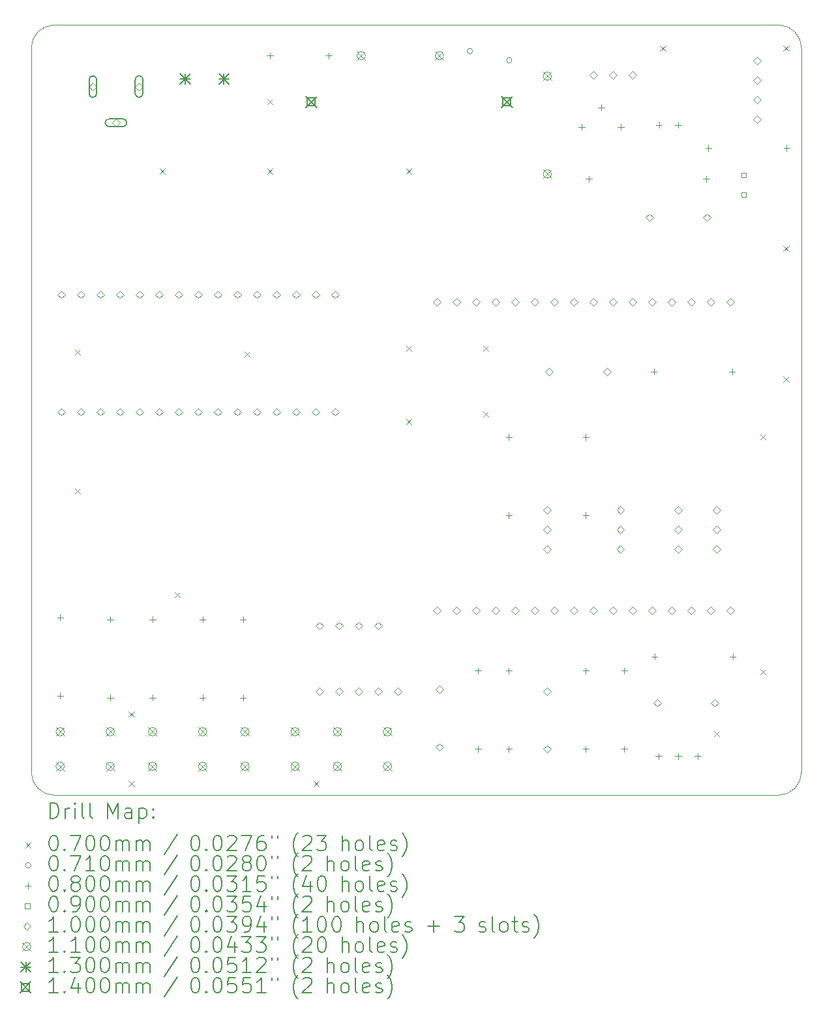
<source format=gbr>
%TF.GenerationSoftware,KiCad,Pcbnew,7.0.0-rc1-unknown-098b03e17a~164~ubuntu22.04.1*%
%TF.CreationDate,2023-01-20T19:20:07-03:00*%
%TF.ProjectId,Placa_base,506c6163-615f-4626-9173-652e6b696361,Rev. 2.0*%
%TF.SameCoordinates,PX6f94740PY8583b00*%
%TF.FileFunction,Drillmap*%
%TF.FilePolarity,Positive*%
%FSLAX45Y45*%
G04 Gerber Fmt 4.5, Leading zero omitted, Abs format (unit mm)*
G04 Created by KiCad (PCBNEW 7.0.0-rc1-unknown-098b03e17a~164~ubuntu22.04.1) date 2023-01-20 19:20:07*
%MOMM*%
%LPD*%
G01*
G04 APERTURE LIST*
%ADD10C,0.100000*%
%ADD11C,0.200000*%
%ADD12C,0.070000*%
%ADD13C,0.071000*%
%ADD14C,0.080000*%
%ADD15C,0.090000*%
%ADD16C,0.110000*%
%ADD17C,0.130000*%
%ADD18C,0.140000*%
G04 APERTURE END LIST*
D10*
X9700000Y0D02*
G75*
G03*
X10000000Y300000I0J300000D01*
G01*
X10000000Y9700000D02*
G75*
G03*
X9700000Y10000000I-300000J0D01*
G01*
X300000Y10000000D02*
G75*
G03*
X0Y9700000I0J-300000D01*
G01*
X0Y300000D02*
G75*
G03*
X300000Y0I300000J0D01*
G01*
X9700000Y0D02*
X300000Y0D01*
X10000000Y9700000D02*
X10000000Y300000D01*
X300000Y10000000D02*
X9700000Y10000000D01*
X0Y300000D02*
X0Y9700000D01*
D11*
D12*
X565000Y5785000D02*
X635000Y5715000D01*
X635000Y5785000D02*
X565000Y5715000D01*
X565000Y3985000D02*
X635000Y3915000D01*
X635000Y3985000D02*
X565000Y3915000D01*
X1265000Y1085000D02*
X1335000Y1015000D01*
X1335000Y1085000D02*
X1265000Y1015000D01*
X1265000Y185000D02*
X1335000Y115000D01*
X1335000Y185000D02*
X1265000Y115000D01*
X1665000Y8135000D02*
X1735000Y8065000D01*
X1735000Y8135000D02*
X1665000Y8065000D01*
X1865000Y2635000D02*
X1935000Y2565000D01*
X1935000Y2635000D02*
X1865000Y2565000D01*
X2765000Y5760000D02*
X2835000Y5690000D01*
X2835000Y5760000D02*
X2765000Y5690000D01*
X3065000Y9035000D02*
X3135000Y8965000D01*
X3135000Y9035000D02*
X3065000Y8965000D01*
X3065000Y8135000D02*
X3135000Y8065000D01*
X3135000Y8135000D02*
X3065000Y8065000D01*
X3665000Y185000D02*
X3735000Y115000D01*
X3735000Y185000D02*
X3665000Y115000D01*
X4865000Y8135000D02*
X4935000Y8065000D01*
X4935000Y8135000D02*
X4865000Y8065000D01*
X4865000Y5835000D02*
X4935000Y5765000D01*
X4935000Y5835000D02*
X4865000Y5765000D01*
X4865000Y5835000D02*
X4935000Y5765000D01*
X4935000Y5835000D02*
X4865000Y5765000D01*
X4865000Y4885000D02*
X4935000Y4815000D01*
X4935000Y4885000D02*
X4865000Y4815000D01*
X5865000Y5835000D02*
X5935000Y5765000D01*
X5935000Y5835000D02*
X5865000Y5765000D01*
X5865000Y4985000D02*
X5935000Y4915000D01*
X5935000Y4985000D02*
X5865000Y4915000D01*
X8165000Y9735000D02*
X8235000Y9665000D01*
X8235000Y9735000D02*
X8165000Y9665000D01*
X8865000Y835000D02*
X8935000Y765000D01*
X8935000Y835000D02*
X8865000Y765000D01*
X9465000Y4685000D02*
X9535000Y4615000D01*
X9535000Y4685000D02*
X9465000Y4615000D01*
X9465000Y1635000D02*
X9535000Y1565000D01*
X9535000Y1635000D02*
X9465000Y1565000D01*
X9765000Y9735000D02*
X9835000Y9665000D01*
X9835000Y9735000D02*
X9765000Y9665000D01*
X9765000Y7135000D02*
X9835000Y7065000D01*
X9835000Y7135000D02*
X9765000Y7065000D01*
X9765000Y5435000D02*
X9835000Y5365000D01*
X9835000Y5435000D02*
X9765000Y5365000D01*
D13*
X5730500Y9660000D02*
G75*
G03*
X5730500Y9660000I-35500J0D01*
G01*
X6240500Y9540000D02*
G75*
G03*
X6240500Y9540000I-35500J0D01*
G01*
D14*
X375000Y2348000D02*
X375000Y2268000D01*
X335000Y2308000D02*
X415000Y2308000D01*
X375000Y1332000D02*
X375000Y1252000D01*
X335000Y1292000D02*
X415000Y1292000D01*
X1025000Y2323000D02*
X1025000Y2243000D01*
X985000Y2283000D02*
X1065000Y2283000D01*
X1025000Y1307000D02*
X1025000Y1227000D01*
X985000Y1267000D02*
X1065000Y1267000D01*
X1575000Y2323000D02*
X1575000Y2243000D01*
X1535000Y2283000D02*
X1615000Y2283000D01*
X1575000Y1307000D02*
X1575000Y1227000D01*
X1535000Y1267000D02*
X1615000Y1267000D01*
X2225000Y2323000D02*
X2225000Y2243000D01*
X2185000Y2283000D02*
X2265000Y2283000D01*
X2225000Y1307000D02*
X2225000Y1227000D01*
X2185000Y1267000D02*
X2265000Y1267000D01*
X2750000Y2323000D02*
X2750000Y2243000D01*
X2710000Y2283000D02*
X2790000Y2283000D01*
X2750000Y1307000D02*
X2750000Y1227000D01*
X2710000Y1267000D02*
X2790000Y1267000D01*
X3100000Y9640000D02*
X3100000Y9560000D01*
X3060000Y9600000D02*
X3140000Y9600000D01*
X3862000Y9640000D02*
X3862000Y9560000D01*
X3822000Y9600000D02*
X3902000Y9600000D01*
X5800000Y1656000D02*
X5800000Y1576000D01*
X5760000Y1616000D02*
X5840000Y1616000D01*
X5800000Y640000D02*
X5800000Y560000D01*
X5760000Y600000D02*
X5840000Y600000D01*
X6200000Y4690000D02*
X6200000Y4610000D01*
X6160000Y4650000D02*
X6240000Y4650000D01*
X6200000Y3674000D02*
X6200000Y3594000D01*
X6160000Y3634000D02*
X6240000Y3634000D01*
X6200000Y1656000D02*
X6200000Y1576000D01*
X6160000Y1616000D02*
X6240000Y1616000D01*
X6200000Y640000D02*
X6200000Y560000D01*
X6160000Y600000D02*
X6240000Y600000D01*
X7146000Y8715000D02*
X7146000Y8635000D01*
X7106000Y8675000D02*
X7186000Y8675000D01*
X7200000Y4690000D02*
X7200000Y4610000D01*
X7160000Y4650000D02*
X7240000Y4650000D01*
X7200000Y3674000D02*
X7200000Y3594000D01*
X7160000Y3634000D02*
X7240000Y3634000D01*
X7200000Y1656000D02*
X7200000Y1576000D01*
X7160000Y1616000D02*
X7240000Y1616000D01*
X7200000Y640000D02*
X7200000Y560000D01*
X7160000Y600000D02*
X7240000Y600000D01*
X7238000Y8040000D02*
X7238000Y7960000D01*
X7198000Y8000000D02*
X7278000Y8000000D01*
X7400000Y8969000D02*
X7400000Y8889000D01*
X7360000Y8929000D02*
X7440000Y8929000D01*
X7654000Y8715000D02*
X7654000Y8635000D01*
X7614000Y8675000D02*
X7694000Y8675000D01*
X7700000Y1656000D02*
X7700000Y1576000D01*
X7660000Y1616000D02*
X7740000Y1616000D01*
X7700000Y640000D02*
X7700000Y560000D01*
X7660000Y600000D02*
X7740000Y600000D01*
X8084000Y5540000D02*
X8084000Y5460000D01*
X8044000Y5500000D02*
X8124000Y5500000D01*
X8092000Y1840000D02*
X8092000Y1760000D01*
X8052000Y1800000D02*
X8132000Y1800000D01*
X8144500Y547500D02*
X8144500Y467500D01*
X8104500Y507500D02*
X8184500Y507500D01*
X8150000Y8740000D02*
X8150000Y8660000D01*
X8110000Y8700000D02*
X8190000Y8700000D01*
X8398500Y547500D02*
X8398500Y467500D01*
X8358500Y507500D02*
X8438500Y507500D01*
X8400000Y8740000D02*
X8400000Y8660000D01*
X8360000Y8700000D02*
X8440000Y8700000D01*
X8652500Y547500D02*
X8652500Y467500D01*
X8612500Y507500D02*
X8692500Y507500D01*
X8762000Y8040000D02*
X8762000Y7960000D01*
X8722000Y8000000D02*
X8802000Y8000000D01*
X8792000Y8440000D02*
X8792000Y8360000D01*
X8752000Y8400000D02*
X8832000Y8400000D01*
X9100000Y5540000D02*
X9100000Y5460000D01*
X9060000Y5500000D02*
X9140000Y5500000D01*
X9108000Y1840000D02*
X9108000Y1760000D01*
X9068000Y1800000D02*
X9148000Y1800000D01*
X9808000Y8440000D02*
X9808000Y8360000D01*
X9768000Y8400000D02*
X9848000Y8400000D01*
D15*
X9281820Y8018180D02*
X9281820Y8081820D01*
X9218180Y8081820D01*
X9218180Y8018180D01*
X9281820Y8018180D01*
X9281820Y7764180D02*
X9281820Y7827820D01*
X9218180Y7827820D01*
X9218180Y7764180D01*
X9281820Y7764180D01*
D10*
X392000Y6450000D02*
X442000Y6500000D01*
X392000Y6550000D01*
X342000Y6500000D01*
X392000Y6450000D01*
X392000Y4926000D02*
X442000Y4976000D01*
X392000Y5026000D01*
X342000Y4976000D01*
X392000Y4926000D01*
X646000Y6450000D02*
X696000Y6500000D01*
X646000Y6550000D01*
X596000Y6500000D01*
X646000Y6450000D01*
X646000Y4926000D02*
X696000Y4976000D01*
X646000Y5026000D01*
X596000Y4976000D01*
X646000Y4926000D01*
X800000Y9150000D02*
X850000Y9200000D01*
X800000Y9250000D01*
X750000Y9200000D01*
X800000Y9150000D01*
D11*
X750000Y9290000D02*
X750000Y9110000D01*
X750000Y9110000D02*
G75*
G03*
X850000Y9110000I50000J0D01*
G01*
X850000Y9110000D02*
X850000Y9290000D01*
X850000Y9290000D02*
G75*
G03*
X750000Y9290000I-50000J0D01*
G01*
D10*
X900000Y6450000D02*
X950000Y6500000D01*
X900000Y6550000D01*
X850000Y6500000D01*
X900000Y6450000D01*
X900000Y4926000D02*
X950000Y4976000D01*
X900000Y5026000D01*
X850000Y4976000D01*
X900000Y4926000D01*
X1100000Y8680000D02*
X1150000Y8730000D01*
X1100000Y8780000D01*
X1050000Y8730000D01*
X1100000Y8680000D01*
D11*
X1010000Y8680000D02*
X1190000Y8680000D01*
X1190000Y8680000D02*
G75*
G03*
X1190000Y8780000I0J50000D01*
G01*
X1190000Y8780000D02*
X1010000Y8780000D01*
X1010000Y8780000D02*
G75*
G03*
X1010000Y8680000I0J-50000D01*
G01*
D10*
X1154000Y6450000D02*
X1204000Y6500000D01*
X1154000Y6550000D01*
X1104000Y6500000D01*
X1154000Y6450000D01*
X1154000Y4926000D02*
X1204000Y4976000D01*
X1154000Y5026000D01*
X1104000Y4976000D01*
X1154000Y4926000D01*
X1400000Y9150000D02*
X1450000Y9200000D01*
X1400000Y9250000D01*
X1350000Y9200000D01*
X1400000Y9150000D01*
D11*
X1350000Y9290000D02*
X1350000Y9110000D01*
X1350000Y9110000D02*
G75*
G03*
X1450000Y9110000I50000J0D01*
G01*
X1450000Y9110000D02*
X1450000Y9290000D01*
X1450000Y9290000D02*
G75*
G03*
X1350000Y9290000I-50000J0D01*
G01*
D10*
X1408000Y6450000D02*
X1458000Y6500000D01*
X1408000Y6550000D01*
X1358000Y6500000D01*
X1408000Y6450000D01*
X1408000Y4926000D02*
X1458000Y4976000D01*
X1408000Y5026000D01*
X1358000Y4976000D01*
X1408000Y4926000D01*
X1662000Y6450000D02*
X1712000Y6500000D01*
X1662000Y6550000D01*
X1612000Y6500000D01*
X1662000Y6450000D01*
X1662000Y4926000D02*
X1712000Y4976000D01*
X1662000Y5026000D01*
X1612000Y4976000D01*
X1662000Y4926000D01*
X1916000Y6450000D02*
X1966000Y6500000D01*
X1916000Y6550000D01*
X1866000Y6500000D01*
X1916000Y6450000D01*
X1916000Y4926000D02*
X1966000Y4976000D01*
X1916000Y5026000D01*
X1866000Y4976000D01*
X1916000Y4926000D01*
X2170000Y6450000D02*
X2220000Y6500000D01*
X2170000Y6550000D01*
X2120000Y6500000D01*
X2170000Y6450000D01*
X2170000Y4926000D02*
X2220000Y4976000D01*
X2170000Y5026000D01*
X2120000Y4976000D01*
X2170000Y4926000D01*
X2424000Y6450000D02*
X2474000Y6500000D01*
X2424000Y6550000D01*
X2374000Y6500000D01*
X2424000Y6450000D01*
X2424000Y4926000D02*
X2474000Y4976000D01*
X2424000Y5026000D01*
X2374000Y4976000D01*
X2424000Y4926000D01*
X2678000Y6450000D02*
X2728000Y6500000D01*
X2678000Y6550000D01*
X2628000Y6500000D01*
X2678000Y6450000D01*
X2678000Y4926000D02*
X2728000Y4976000D01*
X2678000Y5026000D01*
X2628000Y4976000D01*
X2678000Y4926000D01*
X2932000Y6450000D02*
X2982000Y6500000D01*
X2932000Y6550000D01*
X2882000Y6500000D01*
X2932000Y6450000D01*
X2932000Y4926000D02*
X2982000Y4976000D01*
X2932000Y5026000D01*
X2882000Y4976000D01*
X2932000Y4926000D01*
X3186000Y6450000D02*
X3236000Y6500000D01*
X3186000Y6550000D01*
X3136000Y6500000D01*
X3186000Y6450000D01*
X3186000Y4926000D02*
X3236000Y4976000D01*
X3186000Y5026000D01*
X3136000Y4976000D01*
X3186000Y4926000D01*
X3440000Y6450000D02*
X3490000Y6500000D01*
X3440000Y6550000D01*
X3390000Y6500000D01*
X3440000Y6450000D01*
X3440000Y4926000D02*
X3490000Y4976000D01*
X3440000Y5026000D01*
X3390000Y4976000D01*
X3440000Y4926000D01*
X3694000Y6450000D02*
X3744000Y6500000D01*
X3694000Y6550000D01*
X3644000Y6500000D01*
X3694000Y6450000D01*
X3694000Y4926000D02*
X3744000Y4976000D01*
X3694000Y5026000D01*
X3644000Y4976000D01*
X3694000Y4926000D01*
X3745000Y1300000D02*
X3795000Y1350000D01*
X3745000Y1400000D01*
X3695000Y1350000D01*
X3745000Y1300000D01*
X3746000Y2150000D02*
X3796000Y2200000D01*
X3746000Y2250000D01*
X3696000Y2200000D01*
X3746000Y2150000D01*
X3948000Y6450000D02*
X3998000Y6500000D01*
X3948000Y6550000D01*
X3898000Y6500000D01*
X3948000Y6450000D01*
X3948000Y4926000D02*
X3998000Y4976000D01*
X3948000Y5026000D01*
X3898000Y4976000D01*
X3948000Y4926000D01*
X3999000Y1300000D02*
X4049000Y1350000D01*
X3999000Y1400000D01*
X3949000Y1350000D01*
X3999000Y1300000D01*
X4000000Y2150000D02*
X4050000Y2200000D01*
X4000000Y2250000D01*
X3950000Y2200000D01*
X4000000Y2150000D01*
X4253000Y1300000D02*
X4303000Y1350000D01*
X4253000Y1400000D01*
X4203000Y1350000D01*
X4253000Y1300000D01*
X4254000Y2150000D02*
X4304000Y2200000D01*
X4254000Y2250000D01*
X4204000Y2200000D01*
X4254000Y2150000D01*
X4507000Y1300000D02*
X4557000Y1350000D01*
X4507000Y1400000D01*
X4457000Y1350000D01*
X4507000Y1300000D01*
X4508000Y2150000D02*
X4558000Y2200000D01*
X4508000Y2250000D01*
X4458000Y2200000D01*
X4508000Y2150000D01*
X4761000Y1300000D02*
X4811000Y1350000D01*
X4761000Y1400000D01*
X4711000Y1350000D01*
X4761000Y1300000D01*
X5268000Y6350000D02*
X5318000Y6400000D01*
X5268000Y6450000D01*
X5218000Y6400000D01*
X5268000Y6350000D01*
X5268000Y2350000D02*
X5318000Y2400000D01*
X5268000Y2450000D01*
X5218000Y2400000D01*
X5268000Y2350000D01*
X5300000Y1325000D02*
X5350000Y1375000D01*
X5300000Y1425000D01*
X5250000Y1375000D01*
X5300000Y1325000D01*
X5300000Y575000D02*
X5350000Y625000D01*
X5300000Y675000D01*
X5250000Y625000D01*
X5300000Y575000D01*
X5522000Y6350000D02*
X5572000Y6400000D01*
X5522000Y6450000D01*
X5472000Y6400000D01*
X5522000Y6350000D01*
X5522000Y2350000D02*
X5572000Y2400000D01*
X5522000Y2450000D01*
X5472000Y2400000D01*
X5522000Y2350000D01*
X5776000Y6350000D02*
X5826000Y6400000D01*
X5776000Y6450000D01*
X5726000Y6400000D01*
X5776000Y6350000D01*
X5776000Y2350000D02*
X5826000Y2400000D01*
X5776000Y2450000D01*
X5726000Y2400000D01*
X5776000Y2350000D01*
X6030000Y6350000D02*
X6080000Y6400000D01*
X6030000Y6450000D01*
X5980000Y6400000D01*
X6030000Y6350000D01*
X6030000Y2350000D02*
X6080000Y2400000D01*
X6030000Y2450000D01*
X5980000Y2400000D01*
X6030000Y2350000D01*
X6284000Y6350000D02*
X6334000Y6400000D01*
X6284000Y6450000D01*
X6234000Y6400000D01*
X6284000Y6350000D01*
X6284000Y2350000D02*
X6334000Y2400000D01*
X6284000Y2450000D01*
X6234000Y2400000D01*
X6284000Y2350000D01*
X6538000Y6350000D02*
X6588000Y6400000D01*
X6538000Y6450000D01*
X6488000Y6400000D01*
X6538000Y6350000D01*
X6538000Y2350000D02*
X6588000Y2400000D01*
X6538000Y2450000D01*
X6488000Y2400000D01*
X6538000Y2350000D01*
X6700000Y3650000D02*
X6750000Y3700000D01*
X6700000Y3750000D01*
X6650000Y3700000D01*
X6700000Y3650000D01*
X6700000Y3396000D02*
X6750000Y3446000D01*
X6700000Y3496000D01*
X6650000Y3446000D01*
X6700000Y3396000D01*
X6700000Y3142000D02*
X6750000Y3192000D01*
X6700000Y3242000D01*
X6650000Y3192000D01*
X6700000Y3142000D01*
X6700000Y1300000D02*
X6750000Y1350000D01*
X6700000Y1400000D01*
X6650000Y1350000D01*
X6700000Y1300000D01*
X6700000Y550000D02*
X6750000Y600000D01*
X6700000Y650000D01*
X6650000Y600000D01*
X6700000Y550000D01*
X6725000Y5450000D02*
X6775000Y5500000D01*
X6725000Y5550000D01*
X6675000Y5500000D01*
X6725000Y5450000D01*
X6792000Y6350000D02*
X6842000Y6400000D01*
X6792000Y6450000D01*
X6742000Y6400000D01*
X6792000Y6350000D01*
X6792000Y2350000D02*
X6842000Y2400000D01*
X6792000Y2450000D01*
X6742000Y2400000D01*
X6792000Y2350000D01*
X7046000Y6350000D02*
X7096000Y6400000D01*
X7046000Y6450000D01*
X6996000Y6400000D01*
X7046000Y6350000D01*
X7046000Y2350000D02*
X7096000Y2400000D01*
X7046000Y2450000D01*
X6996000Y2400000D01*
X7046000Y2350000D01*
X7296000Y9300000D02*
X7346000Y9350000D01*
X7296000Y9400000D01*
X7246000Y9350000D01*
X7296000Y9300000D01*
X7300000Y6350000D02*
X7350000Y6400000D01*
X7300000Y6450000D01*
X7250000Y6400000D01*
X7300000Y6350000D01*
X7300000Y2350000D02*
X7350000Y2400000D01*
X7300000Y2450000D01*
X7250000Y2400000D01*
X7300000Y2350000D01*
X7475000Y5450000D02*
X7525000Y5500000D01*
X7475000Y5550000D01*
X7425000Y5500000D01*
X7475000Y5450000D01*
X7550000Y9300000D02*
X7600000Y9350000D01*
X7550000Y9400000D01*
X7500000Y9350000D01*
X7550000Y9300000D01*
X7554000Y6350000D02*
X7604000Y6400000D01*
X7554000Y6450000D01*
X7504000Y6400000D01*
X7554000Y6350000D01*
X7554000Y2350000D02*
X7604000Y2400000D01*
X7554000Y2450000D01*
X7504000Y2400000D01*
X7554000Y2350000D01*
X7650000Y3650000D02*
X7700000Y3700000D01*
X7650000Y3750000D01*
X7600000Y3700000D01*
X7650000Y3650000D01*
X7650000Y3396000D02*
X7700000Y3446000D01*
X7650000Y3496000D01*
X7600000Y3446000D01*
X7650000Y3396000D01*
X7650000Y3142000D02*
X7700000Y3192000D01*
X7650000Y3242000D01*
X7600000Y3192000D01*
X7650000Y3142000D01*
X7804000Y9300000D02*
X7854000Y9350000D01*
X7804000Y9400000D01*
X7754000Y9350000D01*
X7804000Y9300000D01*
X7808000Y6350000D02*
X7858000Y6400000D01*
X7808000Y6450000D01*
X7758000Y6400000D01*
X7808000Y6350000D01*
X7808000Y2350000D02*
X7858000Y2400000D01*
X7808000Y2450000D01*
X7758000Y2400000D01*
X7808000Y2350000D01*
X8025000Y7450000D02*
X8075000Y7500000D01*
X8025000Y7550000D01*
X7975000Y7500000D01*
X8025000Y7450000D01*
X8062000Y6350000D02*
X8112000Y6400000D01*
X8062000Y6450000D01*
X8012000Y6400000D01*
X8062000Y6350000D01*
X8062000Y2350000D02*
X8112000Y2400000D01*
X8062000Y2450000D01*
X8012000Y2400000D01*
X8062000Y2350000D01*
X8125000Y1150000D02*
X8175000Y1200000D01*
X8125000Y1250000D01*
X8075000Y1200000D01*
X8125000Y1150000D01*
X8316000Y6350000D02*
X8366000Y6400000D01*
X8316000Y6450000D01*
X8266000Y6400000D01*
X8316000Y6350000D01*
X8316000Y2350000D02*
X8366000Y2400000D01*
X8316000Y2450000D01*
X8266000Y2400000D01*
X8316000Y2350000D01*
X8400000Y3650000D02*
X8450000Y3700000D01*
X8400000Y3750000D01*
X8350000Y3700000D01*
X8400000Y3650000D01*
X8400000Y3396000D02*
X8450000Y3446000D01*
X8400000Y3496000D01*
X8350000Y3446000D01*
X8400000Y3396000D01*
X8400000Y3142000D02*
X8450000Y3192000D01*
X8400000Y3242000D01*
X8350000Y3192000D01*
X8400000Y3142000D01*
X8570000Y6350000D02*
X8620000Y6400000D01*
X8570000Y6450000D01*
X8520000Y6400000D01*
X8570000Y6350000D01*
X8570000Y2350000D02*
X8620000Y2400000D01*
X8570000Y2450000D01*
X8520000Y2400000D01*
X8570000Y2350000D01*
X8775000Y7450000D02*
X8825000Y7500000D01*
X8775000Y7550000D01*
X8725000Y7500000D01*
X8775000Y7450000D01*
X8824000Y6350000D02*
X8874000Y6400000D01*
X8824000Y6450000D01*
X8774000Y6400000D01*
X8824000Y6350000D01*
X8824000Y2350000D02*
X8874000Y2400000D01*
X8824000Y2450000D01*
X8774000Y2400000D01*
X8824000Y2350000D01*
X8875000Y1150000D02*
X8925000Y1200000D01*
X8875000Y1250000D01*
X8825000Y1200000D01*
X8875000Y1150000D01*
X8900000Y3650000D02*
X8950000Y3700000D01*
X8900000Y3750000D01*
X8850000Y3700000D01*
X8900000Y3650000D01*
X8900000Y3396000D02*
X8950000Y3446000D01*
X8900000Y3496000D01*
X8850000Y3446000D01*
X8900000Y3396000D01*
X8900000Y3142000D02*
X8950000Y3192000D01*
X8900000Y3242000D01*
X8850000Y3192000D01*
X8900000Y3142000D01*
X9078000Y6350000D02*
X9128000Y6400000D01*
X9078000Y6450000D01*
X9028000Y6400000D01*
X9078000Y6350000D01*
X9078000Y2350000D02*
X9128000Y2400000D01*
X9078000Y2450000D01*
X9028000Y2400000D01*
X9078000Y2350000D01*
X9425000Y9487000D02*
X9475000Y9537000D01*
X9425000Y9587000D01*
X9375000Y9537000D01*
X9425000Y9487000D01*
X9425000Y9233000D02*
X9475000Y9283000D01*
X9425000Y9333000D01*
X9375000Y9283000D01*
X9425000Y9233000D01*
X9425000Y8979000D02*
X9475000Y9029000D01*
X9425000Y9079000D01*
X9375000Y9029000D01*
X9425000Y8979000D01*
X9425000Y8725000D02*
X9475000Y8775000D01*
X9425000Y8825000D01*
X9375000Y8775000D01*
X9425000Y8725000D01*
D16*
X320000Y880000D02*
X430000Y770000D01*
X430000Y880000D02*
X320000Y770000D01*
X430000Y825000D02*
G75*
G03*
X430000Y825000I-55000J0D01*
G01*
X320000Y430000D02*
X430000Y320000D01*
X430000Y430000D02*
X320000Y320000D01*
X430000Y375000D02*
G75*
G03*
X430000Y375000I-55000J0D01*
G01*
X970000Y880000D02*
X1080000Y770000D01*
X1080000Y880000D02*
X970000Y770000D01*
X1080000Y825000D02*
G75*
G03*
X1080000Y825000I-55000J0D01*
G01*
X970000Y430000D02*
X1080000Y320000D01*
X1080000Y430000D02*
X970000Y320000D01*
X1080000Y375000D02*
G75*
G03*
X1080000Y375000I-55000J0D01*
G01*
X1520000Y880000D02*
X1630000Y770000D01*
X1630000Y880000D02*
X1520000Y770000D01*
X1630000Y825000D02*
G75*
G03*
X1630000Y825000I-55000J0D01*
G01*
X1520000Y430000D02*
X1630000Y320000D01*
X1630000Y430000D02*
X1520000Y320000D01*
X1630000Y375000D02*
G75*
G03*
X1630000Y375000I-55000J0D01*
G01*
X2170000Y880000D02*
X2280000Y770000D01*
X2280000Y880000D02*
X2170000Y770000D01*
X2280000Y825000D02*
G75*
G03*
X2280000Y825000I-55000J0D01*
G01*
X2170000Y430000D02*
X2280000Y320000D01*
X2280000Y430000D02*
X2170000Y320000D01*
X2280000Y375000D02*
G75*
G03*
X2280000Y375000I-55000J0D01*
G01*
X2720000Y880000D02*
X2830000Y770000D01*
X2830000Y880000D02*
X2720000Y770000D01*
X2830000Y825000D02*
G75*
G03*
X2830000Y825000I-55000J0D01*
G01*
X2720000Y430000D02*
X2830000Y320000D01*
X2830000Y430000D02*
X2720000Y320000D01*
X2830000Y375000D02*
G75*
G03*
X2830000Y375000I-55000J0D01*
G01*
X3370000Y880000D02*
X3480000Y770000D01*
X3480000Y880000D02*
X3370000Y770000D01*
X3480000Y825000D02*
G75*
G03*
X3480000Y825000I-55000J0D01*
G01*
X3370000Y430000D02*
X3480000Y320000D01*
X3480000Y430000D02*
X3370000Y320000D01*
X3480000Y375000D02*
G75*
G03*
X3480000Y375000I-55000J0D01*
G01*
X3920000Y880000D02*
X4030000Y770000D01*
X4030000Y880000D02*
X3920000Y770000D01*
X4030000Y825000D02*
G75*
G03*
X4030000Y825000I-55000J0D01*
G01*
X3920000Y430000D02*
X4030000Y320000D01*
X4030000Y430000D02*
X3920000Y320000D01*
X4030000Y375000D02*
G75*
G03*
X4030000Y375000I-55000J0D01*
G01*
X4229000Y9655000D02*
X4339000Y9545000D01*
X4339000Y9655000D02*
X4229000Y9545000D01*
X4339000Y9600000D02*
G75*
G03*
X4339000Y9600000I-55000J0D01*
G01*
X4570000Y880000D02*
X4680000Y770000D01*
X4680000Y880000D02*
X4570000Y770000D01*
X4680000Y825000D02*
G75*
G03*
X4680000Y825000I-55000J0D01*
G01*
X4570000Y430000D02*
X4680000Y320000D01*
X4680000Y430000D02*
X4570000Y320000D01*
X4680000Y375000D02*
G75*
G03*
X4680000Y375000I-55000J0D01*
G01*
X5245000Y9655000D02*
X5355000Y9545000D01*
X5355000Y9655000D02*
X5245000Y9545000D01*
X5355000Y9600000D02*
G75*
G03*
X5355000Y9600000I-55000J0D01*
G01*
X6645000Y9390000D02*
X6755000Y9280000D01*
X6755000Y9390000D02*
X6645000Y9280000D01*
X6755000Y9335000D02*
G75*
G03*
X6755000Y9335000I-55000J0D01*
G01*
X6645000Y8120000D02*
X6755000Y8010000D01*
X6755000Y8120000D02*
X6645000Y8010000D01*
X6755000Y8065000D02*
G75*
G03*
X6755000Y8065000I-55000J0D01*
G01*
D17*
X1935000Y9365000D02*
X2065000Y9235000D01*
X2065000Y9365000D02*
X1935000Y9235000D01*
X2000000Y9365000D02*
X2000000Y9235000D01*
X1935000Y9300000D02*
X2065000Y9300000D01*
X2435000Y9365000D02*
X2565000Y9235000D01*
X2565000Y9365000D02*
X2435000Y9235000D01*
X2500000Y9365000D02*
X2500000Y9235000D01*
X2435000Y9300000D02*
X2565000Y9300000D01*
D18*
X3565000Y9070000D02*
X3705000Y8930000D01*
X3705000Y9070000D02*
X3565000Y8930000D01*
X3684498Y8950502D02*
X3684498Y9049498D01*
X3585502Y9049498D01*
X3585502Y8950502D01*
X3684498Y8950502D01*
X6105000Y9070000D02*
X6245000Y8930000D01*
X6245000Y9070000D02*
X6105000Y8930000D01*
X6224498Y8950502D02*
X6224498Y9049498D01*
X6125502Y9049498D01*
X6125502Y8950502D01*
X6224498Y8950502D01*
D11*
X242619Y-298476D02*
X242619Y-98476D01*
X242619Y-98476D02*
X290238Y-98476D01*
X290238Y-98476D02*
X318810Y-108000D01*
X318810Y-108000D02*
X337857Y-127048D01*
X337857Y-127048D02*
X347381Y-146095D01*
X347381Y-146095D02*
X356905Y-184190D01*
X356905Y-184190D02*
X356905Y-212762D01*
X356905Y-212762D02*
X347381Y-250857D01*
X347381Y-250857D02*
X337857Y-269905D01*
X337857Y-269905D02*
X318810Y-288952D01*
X318810Y-288952D02*
X290238Y-298476D01*
X290238Y-298476D02*
X242619Y-298476D01*
X442619Y-298476D02*
X442619Y-165143D01*
X442619Y-203238D02*
X452143Y-184190D01*
X452143Y-184190D02*
X461667Y-174667D01*
X461667Y-174667D02*
X480714Y-165143D01*
X480714Y-165143D02*
X499762Y-165143D01*
X566429Y-298476D02*
X566429Y-165143D01*
X566429Y-98476D02*
X556905Y-108000D01*
X556905Y-108000D02*
X566429Y-117524D01*
X566429Y-117524D02*
X575952Y-108000D01*
X575952Y-108000D02*
X566429Y-98476D01*
X566429Y-98476D02*
X566429Y-117524D01*
X690238Y-298476D02*
X671190Y-288952D01*
X671190Y-288952D02*
X661667Y-269905D01*
X661667Y-269905D02*
X661667Y-98476D01*
X795000Y-298476D02*
X775952Y-288952D01*
X775952Y-288952D02*
X766428Y-269905D01*
X766428Y-269905D02*
X766428Y-98476D01*
X991190Y-298476D02*
X991190Y-98476D01*
X991190Y-98476D02*
X1057857Y-241333D01*
X1057857Y-241333D02*
X1124524Y-98476D01*
X1124524Y-98476D02*
X1124524Y-298476D01*
X1305476Y-298476D02*
X1305476Y-193714D01*
X1305476Y-193714D02*
X1295952Y-174667D01*
X1295952Y-174667D02*
X1276905Y-165143D01*
X1276905Y-165143D02*
X1238809Y-165143D01*
X1238809Y-165143D02*
X1219762Y-174667D01*
X1305476Y-288952D02*
X1286429Y-298476D01*
X1286429Y-298476D02*
X1238809Y-298476D01*
X1238809Y-298476D02*
X1219762Y-288952D01*
X1219762Y-288952D02*
X1210238Y-269905D01*
X1210238Y-269905D02*
X1210238Y-250857D01*
X1210238Y-250857D02*
X1219762Y-231809D01*
X1219762Y-231809D02*
X1238809Y-222286D01*
X1238809Y-222286D02*
X1286429Y-222286D01*
X1286429Y-222286D02*
X1305476Y-212762D01*
X1400714Y-165143D02*
X1400714Y-365143D01*
X1400714Y-174667D02*
X1419762Y-165143D01*
X1419762Y-165143D02*
X1457857Y-165143D01*
X1457857Y-165143D02*
X1476905Y-174667D01*
X1476905Y-174667D02*
X1486428Y-184190D01*
X1486428Y-184190D02*
X1495952Y-203238D01*
X1495952Y-203238D02*
X1495952Y-260381D01*
X1495952Y-260381D02*
X1486428Y-279429D01*
X1486428Y-279429D02*
X1476905Y-288952D01*
X1476905Y-288952D02*
X1457857Y-298476D01*
X1457857Y-298476D02*
X1419762Y-298476D01*
X1419762Y-298476D02*
X1400714Y-288952D01*
X1581667Y-279429D02*
X1591190Y-288952D01*
X1591190Y-288952D02*
X1581667Y-298476D01*
X1581667Y-298476D02*
X1572143Y-288952D01*
X1572143Y-288952D02*
X1581667Y-279429D01*
X1581667Y-279429D02*
X1581667Y-298476D01*
X1581667Y-174667D02*
X1591190Y-184190D01*
X1591190Y-184190D02*
X1581667Y-193714D01*
X1581667Y-193714D02*
X1572143Y-184190D01*
X1572143Y-184190D02*
X1581667Y-174667D01*
X1581667Y-174667D02*
X1581667Y-193714D01*
D12*
X-75000Y-610000D02*
X-5000Y-680000D01*
X-5000Y-610000D02*
X-75000Y-680000D01*
D11*
X280714Y-518476D02*
X299762Y-518476D01*
X299762Y-518476D02*
X318810Y-528000D01*
X318810Y-528000D02*
X328333Y-537524D01*
X328333Y-537524D02*
X337857Y-556571D01*
X337857Y-556571D02*
X347381Y-594667D01*
X347381Y-594667D02*
X347381Y-642286D01*
X347381Y-642286D02*
X337857Y-680381D01*
X337857Y-680381D02*
X328333Y-699428D01*
X328333Y-699428D02*
X318810Y-708952D01*
X318810Y-708952D02*
X299762Y-718476D01*
X299762Y-718476D02*
X280714Y-718476D01*
X280714Y-718476D02*
X261667Y-708952D01*
X261667Y-708952D02*
X252143Y-699428D01*
X252143Y-699428D02*
X242619Y-680381D01*
X242619Y-680381D02*
X233095Y-642286D01*
X233095Y-642286D02*
X233095Y-594667D01*
X233095Y-594667D02*
X242619Y-556571D01*
X242619Y-556571D02*
X252143Y-537524D01*
X252143Y-537524D02*
X261667Y-528000D01*
X261667Y-528000D02*
X280714Y-518476D01*
X433095Y-699428D02*
X442619Y-708952D01*
X442619Y-708952D02*
X433095Y-718476D01*
X433095Y-718476D02*
X423571Y-708952D01*
X423571Y-708952D02*
X433095Y-699428D01*
X433095Y-699428D02*
X433095Y-718476D01*
X509286Y-518476D02*
X642619Y-518476D01*
X642619Y-518476D02*
X556905Y-718476D01*
X756905Y-518476D02*
X775952Y-518476D01*
X775952Y-518476D02*
X795000Y-528000D01*
X795000Y-528000D02*
X804524Y-537524D01*
X804524Y-537524D02*
X814048Y-556571D01*
X814048Y-556571D02*
X823571Y-594667D01*
X823571Y-594667D02*
X823571Y-642286D01*
X823571Y-642286D02*
X814048Y-680381D01*
X814048Y-680381D02*
X804524Y-699428D01*
X804524Y-699428D02*
X795000Y-708952D01*
X795000Y-708952D02*
X775952Y-718476D01*
X775952Y-718476D02*
X756905Y-718476D01*
X756905Y-718476D02*
X737857Y-708952D01*
X737857Y-708952D02*
X728333Y-699428D01*
X728333Y-699428D02*
X718809Y-680381D01*
X718809Y-680381D02*
X709286Y-642286D01*
X709286Y-642286D02*
X709286Y-594667D01*
X709286Y-594667D02*
X718809Y-556571D01*
X718809Y-556571D02*
X728333Y-537524D01*
X728333Y-537524D02*
X737857Y-528000D01*
X737857Y-528000D02*
X756905Y-518476D01*
X947381Y-518476D02*
X966429Y-518476D01*
X966429Y-518476D02*
X985476Y-528000D01*
X985476Y-528000D02*
X995000Y-537524D01*
X995000Y-537524D02*
X1004524Y-556571D01*
X1004524Y-556571D02*
X1014048Y-594667D01*
X1014048Y-594667D02*
X1014048Y-642286D01*
X1014048Y-642286D02*
X1004524Y-680381D01*
X1004524Y-680381D02*
X995000Y-699428D01*
X995000Y-699428D02*
X985476Y-708952D01*
X985476Y-708952D02*
X966429Y-718476D01*
X966429Y-718476D02*
X947381Y-718476D01*
X947381Y-718476D02*
X928333Y-708952D01*
X928333Y-708952D02*
X918809Y-699428D01*
X918809Y-699428D02*
X909286Y-680381D01*
X909286Y-680381D02*
X899762Y-642286D01*
X899762Y-642286D02*
X899762Y-594667D01*
X899762Y-594667D02*
X909286Y-556571D01*
X909286Y-556571D02*
X918809Y-537524D01*
X918809Y-537524D02*
X928333Y-528000D01*
X928333Y-528000D02*
X947381Y-518476D01*
X1099762Y-718476D02*
X1099762Y-585143D01*
X1099762Y-604190D02*
X1109286Y-594667D01*
X1109286Y-594667D02*
X1128333Y-585143D01*
X1128333Y-585143D02*
X1156905Y-585143D01*
X1156905Y-585143D02*
X1175952Y-594667D01*
X1175952Y-594667D02*
X1185476Y-613714D01*
X1185476Y-613714D02*
X1185476Y-718476D01*
X1185476Y-613714D02*
X1195000Y-594667D01*
X1195000Y-594667D02*
X1214048Y-585143D01*
X1214048Y-585143D02*
X1242619Y-585143D01*
X1242619Y-585143D02*
X1261667Y-594667D01*
X1261667Y-594667D02*
X1271191Y-613714D01*
X1271191Y-613714D02*
X1271191Y-718476D01*
X1366429Y-718476D02*
X1366429Y-585143D01*
X1366429Y-604190D02*
X1375952Y-594667D01*
X1375952Y-594667D02*
X1395000Y-585143D01*
X1395000Y-585143D02*
X1423571Y-585143D01*
X1423571Y-585143D02*
X1442619Y-594667D01*
X1442619Y-594667D02*
X1452143Y-613714D01*
X1452143Y-613714D02*
X1452143Y-718476D01*
X1452143Y-613714D02*
X1461667Y-594667D01*
X1461667Y-594667D02*
X1480714Y-585143D01*
X1480714Y-585143D02*
X1509286Y-585143D01*
X1509286Y-585143D02*
X1528333Y-594667D01*
X1528333Y-594667D02*
X1537857Y-613714D01*
X1537857Y-613714D02*
X1537857Y-718476D01*
X1895952Y-508952D02*
X1724524Y-766095D01*
X2120714Y-518476D02*
X2139762Y-518476D01*
X2139762Y-518476D02*
X2158810Y-528000D01*
X2158810Y-528000D02*
X2168333Y-537524D01*
X2168333Y-537524D02*
X2177857Y-556571D01*
X2177857Y-556571D02*
X2187381Y-594667D01*
X2187381Y-594667D02*
X2187381Y-642286D01*
X2187381Y-642286D02*
X2177857Y-680381D01*
X2177857Y-680381D02*
X2168333Y-699428D01*
X2168333Y-699428D02*
X2158810Y-708952D01*
X2158810Y-708952D02*
X2139762Y-718476D01*
X2139762Y-718476D02*
X2120714Y-718476D01*
X2120714Y-718476D02*
X2101667Y-708952D01*
X2101667Y-708952D02*
X2092143Y-699428D01*
X2092143Y-699428D02*
X2082619Y-680381D01*
X2082619Y-680381D02*
X2073095Y-642286D01*
X2073095Y-642286D02*
X2073095Y-594667D01*
X2073095Y-594667D02*
X2082619Y-556571D01*
X2082619Y-556571D02*
X2092143Y-537524D01*
X2092143Y-537524D02*
X2101667Y-528000D01*
X2101667Y-528000D02*
X2120714Y-518476D01*
X2273095Y-699428D02*
X2282619Y-708952D01*
X2282619Y-708952D02*
X2273095Y-718476D01*
X2273095Y-718476D02*
X2263572Y-708952D01*
X2263572Y-708952D02*
X2273095Y-699428D01*
X2273095Y-699428D02*
X2273095Y-718476D01*
X2406429Y-518476D02*
X2425476Y-518476D01*
X2425476Y-518476D02*
X2444524Y-528000D01*
X2444524Y-528000D02*
X2454048Y-537524D01*
X2454048Y-537524D02*
X2463572Y-556571D01*
X2463572Y-556571D02*
X2473095Y-594667D01*
X2473095Y-594667D02*
X2473095Y-642286D01*
X2473095Y-642286D02*
X2463572Y-680381D01*
X2463572Y-680381D02*
X2454048Y-699428D01*
X2454048Y-699428D02*
X2444524Y-708952D01*
X2444524Y-708952D02*
X2425476Y-718476D01*
X2425476Y-718476D02*
X2406429Y-718476D01*
X2406429Y-718476D02*
X2387381Y-708952D01*
X2387381Y-708952D02*
X2377857Y-699428D01*
X2377857Y-699428D02*
X2368333Y-680381D01*
X2368333Y-680381D02*
X2358810Y-642286D01*
X2358810Y-642286D02*
X2358810Y-594667D01*
X2358810Y-594667D02*
X2368333Y-556571D01*
X2368333Y-556571D02*
X2377857Y-537524D01*
X2377857Y-537524D02*
X2387381Y-528000D01*
X2387381Y-528000D02*
X2406429Y-518476D01*
X2549286Y-537524D02*
X2558810Y-528000D01*
X2558810Y-528000D02*
X2577857Y-518476D01*
X2577857Y-518476D02*
X2625476Y-518476D01*
X2625476Y-518476D02*
X2644524Y-528000D01*
X2644524Y-528000D02*
X2654048Y-537524D01*
X2654048Y-537524D02*
X2663572Y-556571D01*
X2663572Y-556571D02*
X2663572Y-575619D01*
X2663572Y-575619D02*
X2654048Y-604190D01*
X2654048Y-604190D02*
X2539762Y-718476D01*
X2539762Y-718476D02*
X2663572Y-718476D01*
X2730238Y-518476D02*
X2863571Y-518476D01*
X2863571Y-518476D02*
X2777857Y-718476D01*
X3025476Y-518476D02*
X2987381Y-518476D01*
X2987381Y-518476D02*
X2968333Y-528000D01*
X2968333Y-528000D02*
X2958810Y-537524D01*
X2958810Y-537524D02*
X2939762Y-566095D01*
X2939762Y-566095D02*
X2930238Y-604190D01*
X2930238Y-604190D02*
X2930238Y-680381D01*
X2930238Y-680381D02*
X2939762Y-699428D01*
X2939762Y-699428D02*
X2949286Y-708952D01*
X2949286Y-708952D02*
X2968333Y-718476D01*
X2968333Y-718476D02*
X3006429Y-718476D01*
X3006429Y-718476D02*
X3025476Y-708952D01*
X3025476Y-708952D02*
X3035000Y-699428D01*
X3035000Y-699428D02*
X3044524Y-680381D01*
X3044524Y-680381D02*
X3044524Y-632762D01*
X3044524Y-632762D02*
X3035000Y-613714D01*
X3035000Y-613714D02*
X3025476Y-604190D01*
X3025476Y-604190D02*
X3006429Y-594667D01*
X3006429Y-594667D02*
X2968333Y-594667D01*
X2968333Y-594667D02*
X2949286Y-604190D01*
X2949286Y-604190D02*
X2939762Y-613714D01*
X2939762Y-613714D02*
X2930238Y-632762D01*
X3120714Y-518476D02*
X3120714Y-556571D01*
X3196905Y-518476D02*
X3196905Y-556571D01*
X3459762Y-794667D02*
X3450238Y-785143D01*
X3450238Y-785143D02*
X3431191Y-756571D01*
X3431191Y-756571D02*
X3421667Y-737524D01*
X3421667Y-737524D02*
X3412143Y-708952D01*
X3412143Y-708952D02*
X3402619Y-661333D01*
X3402619Y-661333D02*
X3402619Y-623238D01*
X3402619Y-623238D02*
X3412143Y-575619D01*
X3412143Y-575619D02*
X3421667Y-547048D01*
X3421667Y-547048D02*
X3431191Y-528000D01*
X3431191Y-528000D02*
X3450238Y-499428D01*
X3450238Y-499428D02*
X3459762Y-489905D01*
X3526429Y-537524D02*
X3535952Y-528000D01*
X3535952Y-528000D02*
X3555000Y-518476D01*
X3555000Y-518476D02*
X3602619Y-518476D01*
X3602619Y-518476D02*
X3621667Y-528000D01*
X3621667Y-528000D02*
X3631191Y-537524D01*
X3631191Y-537524D02*
X3640714Y-556571D01*
X3640714Y-556571D02*
X3640714Y-575619D01*
X3640714Y-575619D02*
X3631191Y-604190D01*
X3631191Y-604190D02*
X3516905Y-718476D01*
X3516905Y-718476D02*
X3640714Y-718476D01*
X3707381Y-518476D02*
X3831191Y-518476D01*
X3831191Y-518476D02*
X3764524Y-594667D01*
X3764524Y-594667D02*
X3793095Y-594667D01*
X3793095Y-594667D02*
X3812143Y-604190D01*
X3812143Y-604190D02*
X3821667Y-613714D01*
X3821667Y-613714D02*
X3831191Y-632762D01*
X3831191Y-632762D02*
X3831191Y-680381D01*
X3831191Y-680381D02*
X3821667Y-699428D01*
X3821667Y-699428D02*
X3812143Y-708952D01*
X3812143Y-708952D02*
X3793095Y-718476D01*
X3793095Y-718476D02*
X3735952Y-718476D01*
X3735952Y-718476D02*
X3716905Y-708952D01*
X3716905Y-708952D02*
X3707381Y-699428D01*
X4036905Y-718476D02*
X4036905Y-518476D01*
X4122619Y-718476D02*
X4122619Y-613714D01*
X4122619Y-613714D02*
X4113095Y-594667D01*
X4113095Y-594667D02*
X4094048Y-585143D01*
X4094048Y-585143D02*
X4065476Y-585143D01*
X4065476Y-585143D02*
X4046429Y-594667D01*
X4046429Y-594667D02*
X4036905Y-604190D01*
X4246429Y-718476D02*
X4227381Y-708952D01*
X4227381Y-708952D02*
X4217857Y-699428D01*
X4217857Y-699428D02*
X4208334Y-680381D01*
X4208334Y-680381D02*
X4208334Y-623238D01*
X4208334Y-623238D02*
X4217857Y-604190D01*
X4217857Y-604190D02*
X4227381Y-594667D01*
X4227381Y-594667D02*
X4246429Y-585143D01*
X4246429Y-585143D02*
X4275000Y-585143D01*
X4275000Y-585143D02*
X4294048Y-594667D01*
X4294048Y-594667D02*
X4303572Y-604190D01*
X4303572Y-604190D02*
X4313095Y-623238D01*
X4313095Y-623238D02*
X4313095Y-680381D01*
X4313095Y-680381D02*
X4303572Y-699428D01*
X4303572Y-699428D02*
X4294048Y-708952D01*
X4294048Y-708952D02*
X4275000Y-718476D01*
X4275000Y-718476D02*
X4246429Y-718476D01*
X4427381Y-718476D02*
X4408334Y-708952D01*
X4408334Y-708952D02*
X4398810Y-689905D01*
X4398810Y-689905D02*
X4398810Y-518476D01*
X4579762Y-708952D02*
X4560715Y-718476D01*
X4560715Y-718476D02*
X4522619Y-718476D01*
X4522619Y-718476D02*
X4503572Y-708952D01*
X4503572Y-708952D02*
X4494048Y-689905D01*
X4494048Y-689905D02*
X4494048Y-613714D01*
X4494048Y-613714D02*
X4503572Y-594667D01*
X4503572Y-594667D02*
X4522619Y-585143D01*
X4522619Y-585143D02*
X4560715Y-585143D01*
X4560715Y-585143D02*
X4579762Y-594667D01*
X4579762Y-594667D02*
X4589286Y-613714D01*
X4589286Y-613714D02*
X4589286Y-632762D01*
X4589286Y-632762D02*
X4494048Y-651810D01*
X4665476Y-708952D02*
X4684524Y-718476D01*
X4684524Y-718476D02*
X4722619Y-718476D01*
X4722619Y-718476D02*
X4741667Y-708952D01*
X4741667Y-708952D02*
X4751191Y-689905D01*
X4751191Y-689905D02*
X4751191Y-680381D01*
X4751191Y-680381D02*
X4741667Y-661333D01*
X4741667Y-661333D02*
X4722619Y-651810D01*
X4722619Y-651810D02*
X4694048Y-651810D01*
X4694048Y-651810D02*
X4675000Y-642286D01*
X4675000Y-642286D02*
X4665476Y-623238D01*
X4665476Y-623238D02*
X4665476Y-613714D01*
X4665476Y-613714D02*
X4675000Y-594667D01*
X4675000Y-594667D02*
X4694048Y-585143D01*
X4694048Y-585143D02*
X4722619Y-585143D01*
X4722619Y-585143D02*
X4741667Y-594667D01*
X4817857Y-794667D02*
X4827381Y-785143D01*
X4827381Y-785143D02*
X4846429Y-756571D01*
X4846429Y-756571D02*
X4855953Y-737524D01*
X4855953Y-737524D02*
X4865476Y-708952D01*
X4865476Y-708952D02*
X4875000Y-661333D01*
X4875000Y-661333D02*
X4875000Y-623238D01*
X4875000Y-623238D02*
X4865476Y-575619D01*
X4865476Y-575619D02*
X4855953Y-547048D01*
X4855953Y-547048D02*
X4846429Y-528000D01*
X4846429Y-528000D02*
X4827381Y-499428D01*
X4827381Y-499428D02*
X4817857Y-489905D01*
D13*
X-5000Y-909000D02*
G75*
G03*
X-5000Y-909000I-35500J0D01*
G01*
D11*
X280714Y-782476D02*
X299762Y-782476D01*
X299762Y-782476D02*
X318810Y-792000D01*
X318810Y-792000D02*
X328333Y-801524D01*
X328333Y-801524D02*
X337857Y-820571D01*
X337857Y-820571D02*
X347381Y-858667D01*
X347381Y-858667D02*
X347381Y-906286D01*
X347381Y-906286D02*
X337857Y-944381D01*
X337857Y-944381D02*
X328333Y-963428D01*
X328333Y-963428D02*
X318810Y-972952D01*
X318810Y-972952D02*
X299762Y-982476D01*
X299762Y-982476D02*
X280714Y-982476D01*
X280714Y-982476D02*
X261667Y-972952D01*
X261667Y-972952D02*
X252143Y-963428D01*
X252143Y-963428D02*
X242619Y-944381D01*
X242619Y-944381D02*
X233095Y-906286D01*
X233095Y-906286D02*
X233095Y-858667D01*
X233095Y-858667D02*
X242619Y-820571D01*
X242619Y-820571D02*
X252143Y-801524D01*
X252143Y-801524D02*
X261667Y-792000D01*
X261667Y-792000D02*
X280714Y-782476D01*
X433095Y-963428D02*
X442619Y-972952D01*
X442619Y-972952D02*
X433095Y-982476D01*
X433095Y-982476D02*
X423571Y-972952D01*
X423571Y-972952D02*
X433095Y-963428D01*
X433095Y-963428D02*
X433095Y-982476D01*
X509286Y-782476D02*
X642619Y-782476D01*
X642619Y-782476D02*
X556905Y-982476D01*
X823571Y-982476D02*
X709286Y-982476D01*
X766428Y-982476D02*
X766428Y-782476D01*
X766428Y-782476D02*
X747381Y-811048D01*
X747381Y-811048D02*
X728333Y-830095D01*
X728333Y-830095D02*
X709286Y-839619D01*
X947381Y-782476D02*
X966429Y-782476D01*
X966429Y-782476D02*
X985476Y-792000D01*
X985476Y-792000D02*
X995000Y-801524D01*
X995000Y-801524D02*
X1004524Y-820571D01*
X1004524Y-820571D02*
X1014048Y-858667D01*
X1014048Y-858667D02*
X1014048Y-906286D01*
X1014048Y-906286D02*
X1004524Y-944381D01*
X1004524Y-944381D02*
X995000Y-963428D01*
X995000Y-963428D02*
X985476Y-972952D01*
X985476Y-972952D02*
X966429Y-982476D01*
X966429Y-982476D02*
X947381Y-982476D01*
X947381Y-982476D02*
X928333Y-972952D01*
X928333Y-972952D02*
X918809Y-963428D01*
X918809Y-963428D02*
X909286Y-944381D01*
X909286Y-944381D02*
X899762Y-906286D01*
X899762Y-906286D02*
X899762Y-858667D01*
X899762Y-858667D02*
X909286Y-820571D01*
X909286Y-820571D02*
X918809Y-801524D01*
X918809Y-801524D02*
X928333Y-792000D01*
X928333Y-792000D02*
X947381Y-782476D01*
X1099762Y-982476D02*
X1099762Y-849143D01*
X1099762Y-868190D02*
X1109286Y-858667D01*
X1109286Y-858667D02*
X1128333Y-849143D01*
X1128333Y-849143D02*
X1156905Y-849143D01*
X1156905Y-849143D02*
X1175952Y-858667D01*
X1175952Y-858667D02*
X1185476Y-877714D01*
X1185476Y-877714D02*
X1185476Y-982476D01*
X1185476Y-877714D02*
X1195000Y-858667D01*
X1195000Y-858667D02*
X1214048Y-849143D01*
X1214048Y-849143D02*
X1242619Y-849143D01*
X1242619Y-849143D02*
X1261667Y-858667D01*
X1261667Y-858667D02*
X1271191Y-877714D01*
X1271191Y-877714D02*
X1271191Y-982476D01*
X1366429Y-982476D02*
X1366429Y-849143D01*
X1366429Y-868190D02*
X1375952Y-858667D01*
X1375952Y-858667D02*
X1395000Y-849143D01*
X1395000Y-849143D02*
X1423571Y-849143D01*
X1423571Y-849143D02*
X1442619Y-858667D01*
X1442619Y-858667D02*
X1452143Y-877714D01*
X1452143Y-877714D02*
X1452143Y-982476D01*
X1452143Y-877714D02*
X1461667Y-858667D01*
X1461667Y-858667D02*
X1480714Y-849143D01*
X1480714Y-849143D02*
X1509286Y-849143D01*
X1509286Y-849143D02*
X1528333Y-858667D01*
X1528333Y-858667D02*
X1537857Y-877714D01*
X1537857Y-877714D02*
X1537857Y-982476D01*
X1895952Y-772952D02*
X1724524Y-1030095D01*
X2120714Y-782476D02*
X2139762Y-782476D01*
X2139762Y-782476D02*
X2158810Y-792000D01*
X2158810Y-792000D02*
X2168333Y-801524D01*
X2168333Y-801524D02*
X2177857Y-820571D01*
X2177857Y-820571D02*
X2187381Y-858667D01*
X2187381Y-858667D02*
X2187381Y-906286D01*
X2187381Y-906286D02*
X2177857Y-944381D01*
X2177857Y-944381D02*
X2168333Y-963428D01*
X2168333Y-963428D02*
X2158810Y-972952D01*
X2158810Y-972952D02*
X2139762Y-982476D01*
X2139762Y-982476D02*
X2120714Y-982476D01*
X2120714Y-982476D02*
X2101667Y-972952D01*
X2101667Y-972952D02*
X2092143Y-963428D01*
X2092143Y-963428D02*
X2082619Y-944381D01*
X2082619Y-944381D02*
X2073095Y-906286D01*
X2073095Y-906286D02*
X2073095Y-858667D01*
X2073095Y-858667D02*
X2082619Y-820571D01*
X2082619Y-820571D02*
X2092143Y-801524D01*
X2092143Y-801524D02*
X2101667Y-792000D01*
X2101667Y-792000D02*
X2120714Y-782476D01*
X2273095Y-963428D02*
X2282619Y-972952D01*
X2282619Y-972952D02*
X2273095Y-982476D01*
X2273095Y-982476D02*
X2263572Y-972952D01*
X2263572Y-972952D02*
X2273095Y-963428D01*
X2273095Y-963428D02*
X2273095Y-982476D01*
X2406429Y-782476D02*
X2425476Y-782476D01*
X2425476Y-782476D02*
X2444524Y-792000D01*
X2444524Y-792000D02*
X2454048Y-801524D01*
X2454048Y-801524D02*
X2463572Y-820571D01*
X2463572Y-820571D02*
X2473095Y-858667D01*
X2473095Y-858667D02*
X2473095Y-906286D01*
X2473095Y-906286D02*
X2463572Y-944381D01*
X2463572Y-944381D02*
X2454048Y-963428D01*
X2454048Y-963428D02*
X2444524Y-972952D01*
X2444524Y-972952D02*
X2425476Y-982476D01*
X2425476Y-982476D02*
X2406429Y-982476D01*
X2406429Y-982476D02*
X2387381Y-972952D01*
X2387381Y-972952D02*
X2377857Y-963428D01*
X2377857Y-963428D02*
X2368333Y-944381D01*
X2368333Y-944381D02*
X2358810Y-906286D01*
X2358810Y-906286D02*
X2358810Y-858667D01*
X2358810Y-858667D02*
X2368333Y-820571D01*
X2368333Y-820571D02*
X2377857Y-801524D01*
X2377857Y-801524D02*
X2387381Y-792000D01*
X2387381Y-792000D02*
X2406429Y-782476D01*
X2549286Y-801524D02*
X2558810Y-792000D01*
X2558810Y-792000D02*
X2577857Y-782476D01*
X2577857Y-782476D02*
X2625476Y-782476D01*
X2625476Y-782476D02*
X2644524Y-792000D01*
X2644524Y-792000D02*
X2654048Y-801524D01*
X2654048Y-801524D02*
X2663572Y-820571D01*
X2663572Y-820571D02*
X2663572Y-839619D01*
X2663572Y-839619D02*
X2654048Y-868190D01*
X2654048Y-868190D02*
X2539762Y-982476D01*
X2539762Y-982476D02*
X2663572Y-982476D01*
X2777857Y-868190D02*
X2758810Y-858667D01*
X2758810Y-858667D02*
X2749286Y-849143D01*
X2749286Y-849143D02*
X2739762Y-830095D01*
X2739762Y-830095D02*
X2739762Y-820571D01*
X2739762Y-820571D02*
X2749286Y-801524D01*
X2749286Y-801524D02*
X2758810Y-792000D01*
X2758810Y-792000D02*
X2777857Y-782476D01*
X2777857Y-782476D02*
X2815952Y-782476D01*
X2815952Y-782476D02*
X2835000Y-792000D01*
X2835000Y-792000D02*
X2844524Y-801524D01*
X2844524Y-801524D02*
X2854048Y-820571D01*
X2854048Y-820571D02*
X2854048Y-830095D01*
X2854048Y-830095D02*
X2844524Y-849143D01*
X2844524Y-849143D02*
X2835000Y-858667D01*
X2835000Y-858667D02*
X2815952Y-868190D01*
X2815952Y-868190D02*
X2777857Y-868190D01*
X2777857Y-868190D02*
X2758810Y-877714D01*
X2758810Y-877714D02*
X2749286Y-887238D01*
X2749286Y-887238D02*
X2739762Y-906286D01*
X2739762Y-906286D02*
X2739762Y-944381D01*
X2739762Y-944381D02*
X2749286Y-963428D01*
X2749286Y-963428D02*
X2758810Y-972952D01*
X2758810Y-972952D02*
X2777857Y-982476D01*
X2777857Y-982476D02*
X2815952Y-982476D01*
X2815952Y-982476D02*
X2835000Y-972952D01*
X2835000Y-972952D02*
X2844524Y-963428D01*
X2844524Y-963428D02*
X2854048Y-944381D01*
X2854048Y-944381D02*
X2854048Y-906286D01*
X2854048Y-906286D02*
X2844524Y-887238D01*
X2844524Y-887238D02*
X2835000Y-877714D01*
X2835000Y-877714D02*
X2815952Y-868190D01*
X2977857Y-782476D02*
X2996905Y-782476D01*
X2996905Y-782476D02*
X3015952Y-792000D01*
X3015952Y-792000D02*
X3025476Y-801524D01*
X3025476Y-801524D02*
X3035000Y-820571D01*
X3035000Y-820571D02*
X3044524Y-858667D01*
X3044524Y-858667D02*
X3044524Y-906286D01*
X3044524Y-906286D02*
X3035000Y-944381D01*
X3035000Y-944381D02*
X3025476Y-963428D01*
X3025476Y-963428D02*
X3015952Y-972952D01*
X3015952Y-972952D02*
X2996905Y-982476D01*
X2996905Y-982476D02*
X2977857Y-982476D01*
X2977857Y-982476D02*
X2958810Y-972952D01*
X2958810Y-972952D02*
X2949286Y-963428D01*
X2949286Y-963428D02*
X2939762Y-944381D01*
X2939762Y-944381D02*
X2930238Y-906286D01*
X2930238Y-906286D02*
X2930238Y-858667D01*
X2930238Y-858667D02*
X2939762Y-820571D01*
X2939762Y-820571D02*
X2949286Y-801524D01*
X2949286Y-801524D02*
X2958810Y-792000D01*
X2958810Y-792000D02*
X2977857Y-782476D01*
X3120714Y-782476D02*
X3120714Y-820571D01*
X3196905Y-782476D02*
X3196905Y-820571D01*
X3459762Y-1058667D02*
X3450238Y-1049143D01*
X3450238Y-1049143D02*
X3431191Y-1020571D01*
X3431191Y-1020571D02*
X3421667Y-1001524D01*
X3421667Y-1001524D02*
X3412143Y-972952D01*
X3412143Y-972952D02*
X3402619Y-925333D01*
X3402619Y-925333D02*
X3402619Y-887238D01*
X3402619Y-887238D02*
X3412143Y-839619D01*
X3412143Y-839619D02*
X3421667Y-811048D01*
X3421667Y-811048D02*
X3431191Y-792000D01*
X3431191Y-792000D02*
X3450238Y-763428D01*
X3450238Y-763428D02*
X3459762Y-753905D01*
X3526429Y-801524D02*
X3535952Y-792000D01*
X3535952Y-792000D02*
X3555000Y-782476D01*
X3555000Y-782476D02*
X3602619Y-782476D01*
X3602619Y-782476D02*
X3621667Y-792000D01*
X3621667Y-792000D02*
X3631191Y-801524D01*
X3631191Y-801524D02*
X3640714Y-820571D01*
X3640714Y-820571D02*
X3640714Y-839619D01*
X3640714Y-839619D02*
X3631191Y-868190D01*
X3631191Y-868190D02*
X3516905Y-982476D01*
X3516905Y-982476D02*
X3640714Y-982476D01*
X3846429Y-982476D02*
X3846429Y-782476D01*
X3932143Y-982476D02*
X3932143Y-877714D01*
X3932143Y-877714D02*
X3922619Y-858667D01*
X3922619Y-858667D02*
X3903572Y-849143D01*
X3903572Y-849143D02*
X3875000Y-849143D01*
X3875000Y-849143D02*
X3855952Y-858667D01*
X3855952Y-858667D02*
X3846429Y-868190D01*
X4055952Y-982476D02*
X4036905Y-972952D01*
X4036905Y-972952D02*
X4027381Y-963428D01*
X4027381Y-963428D02*
X4017857Y-944381D01*
X4017857Y-944381D02*
X4017857Y-887238D01*
X4017857Y-887238D02*
X4027381Y-868190D01*
X4027381Y-868190D02*
X4036905Y-858667D01*
X4036905Y-858667D02*
X4055952Y-849143D01*
X4055952Y-849143D02*
X4084524Y-849143D01*
X4084524Y-849143D02*
X4103572Y-858667D01*
X4103572Y-858667D02*
X4113095Y-868190D01*
X4113095Y-868190D02*
X4122619Y-887238D01*
X4122619Y-887238D02*
X4122619Y-944381D01*
X4122619Y-944381D02*
X4113095Y-963428D01*
X4113095Y-963428D02*
X4103572Y-972952D01*
X4103572Y-972952D02*
X4084524Y-982476D01*
X4084524Y-982476D02*
X4055952Y-982476D01*
X4236905Y-982476D02*
X4217857Y-972952D01*
X4217857Y-972952D02*
X4208334Y-953905D01*
X4208334Y-953905D02*
X4208334Y-782476D01*
X4389286Y-972952D02*
X4370238Y-982476D01*
X4370238Y-982476D02*
X4332143Y-982476D01*
X4332143Y-982476D02*
X4313095Y-972952D01*
X4313095Y-972952D02*
X4303572Y-953905D01*
X4303572Y-953905D02*
X4303572Y-877714D01*
X4303572Y-877714D02*
X4313095Y-858667D01*
X4313095Y-858667D02*
X4332143Y-849143D01*
X4332143Y-849143D02*
X4370238Y-849143D01*
X4370238Y-849143D02*
X4389286Y-858667D01*
X4389286Y-858667D02*
X4398810Y-877714D01*
X4398810Y-877714D02*
X4398810Y-896762D01*
X4398810Y-896762D02*
X4303572Y-915809D01*
X4475000Y-972952D02*
X4494048Y-982476D01*
X4494048Y-982476D02*
X4532143Y-982476D01*
X4532143Y-982476D02*
X4551191Y-972952D01*
X4551191Y-972952D02*
X4560715Y-953905D01*
X4560715Y-953905D02*
X4560715Y-944381D01*
X4560715Y-944381D02*
X4551191Y-925333D01*
X4551191Y-925333D02*
X4532143Y-915809D01*
X4532143Y-915809D02*
X4503572Y-915809D01*
X4503572Y-915809D02*
X4484524Y-906286D01*
X4484524Y-906286D02*
X4475000Y-887238D01*
X4475000Y-887238D02*
X4475000Y-877714D01*
X4475000Y-877714D02*
X4484524Y-858667D01*
X4484524Y-858667D02*
X4503572Y-849143D01*
X4503572Y-849143D02*
X4532143Y-849143D01*
X4532143Y-849143D02*
X4551191Y-858667D01*
X4627381Y-1058667D02*
X4636905Y-1049143D01*
X4636905Y-1049143D02*
X4655953Y-1020571D01*
X4655953Y-1020571D02*
X4665476Y-1001524D01*
X4665476Y-1001524D02*
X4675000Y-972952D01*
X4675000Y-972952D02*
X4684524Y-925333D01*
X4684524Y-925333D02*
X4684524Y-887238D01*
X4684524Y-887238D02*
X4675000Y-839619D01*
X4675000Y-839619D02*
X4665476Y-811048D01*
X4665476Y-811048D02*
X4655953Y-792000D01*
X4655953Y-792000D02*
X4636905Y-763428D01*
X4636905Y-763428D02*
X4627381Y-753905D01*
D14*
X-45000Y-1133000D02*
X-45000Y-1213000D01*
X-85000Y-1173000D02*
X-5000Y-1173000D01*
D11*
X280714Y-1046476D02*
X299762Y-1046476D01*
X299762Y-1046476D02*
X318810Y-1056000D01*
X318810Y-1056000D02*
X328333Y-1065524D01*
X328333Y-1065524D02*
X337857Y-1084571D01*
X337857Y-1084571D02*
X347381Y-1122667D01*
X347381Y-1122667D02*
X347381Y-1170286D01*
X347381Y-1170286D02*
X337857Y-1208381D01*
X337857Y-1208381D02*
X328333Y-1227429D01*
X328333Y-1227429D02*
X318810Y-1236952D01*
X318810Y-1236952D02*
X299762Y-1246476D01*
X299762Y-1246476D02*
X280714Y-1246476D01*
X280714Y-1246476D02*
X261667Y-1236952D01*
X261667Y-1236952D02*
X252143Y-1227429D01*
X252143Y-1227429D02*
X242619Y-1208381D01*
X242619Y-1208381D02*
X233095Y-1170286D01*
X233095Y-1170286D02*
X233095Y-1122667D01*
X233095Y-1122667D02*
X242619Y-1084571D01*
X242619Y-1084571D02*
X252143Y-1065524D01*
X252143Y-1065524D02*
X261667Y-1056000D01*
X261667Y-1056000D02*
X280714Y-1046476D01*
X433095Y-1227429D02*
X442619Y-1236952D01*
X442619Y-1236952D02*
X433095Y-1246476D01*
X433095Y-1246476D02*
X423571Y-1236952D01*
X423571Y-1236952D02*
X433095Y-1227429D01*
X433095Y-1227429D02*
X433095Y-1246476D01*
X556905Y-1132190D02*
X537857Y-1122667D01*
X537857Y-1122667D02*
X528333Y-1113143D01*
X528333Y-1113143D02*
X518809Y-1094095D01*
X518809Y-1094095D02*
X518809Y-1084571D01*
X518809Y-1084571D02*
X528333Y-1065524D01*
X528333Y-1065524D02*
X537857Y-1056000D01*
X537857Y-1056000D02*
X556905Y-1046476D01*
X556905Y-1046476D02*
X595000Y-1046476D01*
X595000Y-1046476D02*
X614048Y-1056000D01*
X614048Y-1056000D02*
X623571Y-1065524D01*
X623571Y-1065524D02*
X633095Y-1084571D01*
X633095Y-1084571D02*
X633095Y-1094095D01*
X633095Y-1094095D02*
X623571Y-1113143D01*
X623571Y-1113143D02*
X614048Y-1122667D01*
X614048Y-1122667D02*
X595000Y-1132190D01*
X595000Y-1132190D02*
X556905Y-1132190D01*
X556905Y-1132190D02*
X537857Y-1141714D01*
X537857Y-1141714D02*
X528333Y-1151238D01*
X528333Y-1151238D02*
X518809Y-1170286D01*
X518809Y-1170286D02*
X518809Y-1208381D01*
X518809Y-1208381D02*
X528333Y-1227429D01*
X528333Y-1227429D02*
X537857Y-1236952D01*
X537857Y-1236952D02*
X556905Y-1246476D01*
X556905Y-1246476D02*
X595000Y-1246476D01*
X595000Y-1246476D02*
X614048Y-1236952D01*
X614048Y-1236952D02*
X623571Y-1227429D01*
X623571Y-1227429D02*
X633095Y-1208381D01*
X633095Y-1208381D02*
X633095Y-1170286D01*
X633095Y-1170286D02*
X623571Y-1151238D01*
X623571Y-1151238D02*
X614048Y-1141714D01*
X614048Y-1141714D02*
X595000Y-1132190D01*
X756905Y-1046476D02*
X775952Y-1046476D01*
X775952Y-1046476D02*
X795000Y-1056000D01*
X795000Y-1056000D02*
X804524Y-1065524D01*
X804524Y-1065524D02*
X814048Y-1084571D01*
X814048Y-1084571D02*
X823571Y-1122667D01*
X823571Y-1122667D02*
X823571Y-1170286D01*
X823571Y-1170286D02*
X814048Y-1208381D01*
X814048Y-1208381D02*
X804524Y-1227429D01*
X804524Y-1227429D02*
X795000Y-1236952D01*
X795000Y-1236952D02*
X775952Y-1246476D01*
X775952Y-1246476D02*
X756905Y-1246476D01*
X756905Y-1246476D02*
X737857Y-1236952D01*
X737857Y-1236952D02*
X728333Y-1227429D01*
X728333Y-1227429D02*
X718809Y-1208381D01*
X718809Y-1208381D02*
X709286Y-1170286D01*
X709286Y-1170286D02*
X709286Y-1122667D01*
X709286Y-1122667D02*
X718809Y-1084571D01*
X718809Y-1084571D02*
X728333Y-1065524D01*
X728333Y-1065524D02*
X737857Y-1056000D01*
X737857Y-1056000D02*
X756905Y-1046476D01*
X947381Y-1046476D02*
X966429Y-1046476D01*
X966429Y-1046476D02*
X985476Y-1056000D01*
X985476Y-1056000D02*
X995000Y-1065524D01*
X995000Y-1065524D02*
X1004524Y-1084571D01*
X1004524Y-1084571D02*
X1014048Y-1122667D01*
X1014048Y-1122667D02*
X1014048Y-1170286D01*
X1014048Y-1170286D02*
X1004524Y-1208381D01*
X1004524Y-1208381D02*
X995000Y-1227429D01*
X995000Y-1227429D02*
X985476Y-1236952D01*
X985476Y-1236952D02*
X966429Y-1246476D01*
X966429Y-1246476D02*
X947381Y-1246476D01*
X947381Y-1246476D02*
X928333Y-1236952D01*
X928333Y-1236952D02*
X918809Y-1227429D01*
X918809Y-1227429D02*
X909286Y-1208381D01*
X909286Y-1208381D02*
X899762Y-1170286D01*
X899762Y-1170286D02*
X899762Y-1122667D01*
X899762Y-1122667D02*
X909286Y-1084571D01*
X909286Y-1084571D02*
X918809Y-1065524D01*
X918809Y-1065524D02*
X928333Y-1056000D01*
X928333Y-1056000D02*
X947381Y-1046476D01*
X1099762Y-1246476D02*
X1099762Y-1113143D01*
X1099762Y-1132190D02*
X1109286Y-1122667D01*
X1109286Y-1122667D02*
X1128333Y-1113143D01*
X1128333Y-1113143D02*
X1156905Y-1113143D01*
X1156905Y-1113143D02*
X1175952Y-1122667D01*
X1175952Y-1122667D02*
X1185476Y-1141714D01*
X1185476Y-1141714D02*
X1185476Y-1246476D01*
X1185476Y-1141714D02*
X1195000Y-1122667D01*
X1195000Y-1122667D02*
X1214048Y-1113143D01*
X1214048Y-1113143D02*
X1242619Y-1113143D01*
X1242619Y-1113143D02*
X1261667Y-1122667D01*
X1261667Y-1122667D02*
X1271191Y-1141714D01*
X1271191Y-1141714D02*
X1271191Y-1246476D01*
X1366429Y-1246476D02*
X1366429Y-1113143D01*
X1366429Y-1132190D02*
X1375952Y-1122667D01*
X1375952Y-1122667D02*
X1395000Y-1113143D01*
X1395000Y-1113143D02*
X1423571Y-1113143D01*
X1423571Y-1113143D02*
X1442619Y-1122667D01*
X1442619Y-1122667D02*
X1452143Y-1141714D01*
X1452143Y-1141714D02*
X1452143Y-1246476D01*
X1452143Y-1141714D02*
X1461667Y-1122667D01*
X1461667Y-1122667D02*
X1480714Y-1113143D01*
X1480714Y-1113143D02*
X1509286Y-1113143D01*
X1509286Y-1113143D02*
X1528333Y-1122667D01*
X1528333Y-1122667D02*
X1537857Y-1141714D01*
X1537857Y-1141714D02*
X1537857Y-1246476D01*
X1895952Y-1036952D02*
X1724524Y-1294095D01*
X2120714Y-1046476D02*
X2139762Y-1046476D01*
X2139762Y-1046476D02*
X2158810Y-1056000D01*
X2158810Y-1056000D02*
X2168333Y-1065524D01*
X2168333Y-1065524D02*
X2177857Y-1084571D01*
X2177857Y-1084571D02*
X2187381Y-1122667D01*
X2187381Y-1122667D02*
X2187381Y-1170286D01*
X2187381Y-1170286D02*
X2177857Y-1208381D01*
X2177857Y-1208381D02*
X2168333Y-1227429D01*
X2168333Y-1227429D02*
X2158810Y-1236952D01*
X2158810Y-1236952D02*
X2139762Y-1246476D01*
X2139762Y-1246476D02*
X2120714Y-1246476D01*
X2120714Y-1246476D02*
X2101667Y-1236952D01*
X2101667Y-1236952D02*
X2092143Y-1227429D01*
X2092143Y-1227429D02*
X2082619Y-1208381D01*
X2082619Y-1208381D02*
X2073095Y-1170286D01*
X2073095Y-1170286D02*
X2073095Y-1122667D01*
X2073095Y-1122667D02*
X2082619Y-1084571D01*
X2082619Y-1084571D02*
X2092143Y-1065524D01*
X2092143Y-1065524D02*
X2101667Y-1056000D01*
X2101667Y-1056000D02*
X2120714Y-1046476D01*
X2273095Y-1227429D02*
X2282619Y-1236952D01*
X2282619Y-1236952D02*
X2273095Y-1246476D01*
X2273095Y-1246476D02*
X2263572Y-1236952D01*
X2263572Y-1236952D02*
X2273095Y-1227429D01*
X2273095Y-1227429D02*
X2273095Y-1246476D01*
X2406429Y-1046476D02*
X2425476Y-1046476D01*
X2425476Y-1046476D02*
X2444524Y-1056000D01*
X2444524Y-1056000D02*
X2454048Y-1065524D01*
X2454048Y-1065524D02*
X2463572Y-1084571D01*
X2463572Y-1084571D02*
X2473095Y-1122667D01*
X2473095Y-1122667D02*
X2473095Y-1170286D01*
X2473095Y-1170286D02*
X2463572Y-1208381D01*
X2463572Y-1208381D02*
X2454048Y-1227429D01*
X2454048Y-1227429D02*
X2444524Y-1236952D01*
X2444524Y-1236952D02*
X2425476Y-1246476D01*
X2425476Y-1246476D02*
X2406429Y-1246476D01*
X2406429Y-1246476D02*
X2387381Y-1236952D01*
X2387381Y-1236952D02*
X2377857Y-1227429D01*
X2377857Y-1227429D02*
X2368333Y-1208381D01*
X2368333Y-1208381D02*
X2358810Y-1170286D01*
X2358810Y-1170286D02*
X2358810Y-1122667D01*
X2358810Y-1122667D02*
X2368333Y-1084571D01*
X2368333Y-1084571D02*
X2377857Y-1065524D01*
X2377857Y-1065524D02*
X2387381Y-1056000D01*
X2387381Y-1056000D02*
X2406429Y-1046476D01*
X2539762Y-1046476D02*
X2663572Y-1046476D01*
X2663572Y-1046476D02*
X2596905Y-1122667D01*
X2596905Y-1122667D02*
X2625476Y-1122667D01*
X2625476Y-1122667D02*
X2644524Y-1132190D01*
X2644524Y-1132190D02*
X2654048Y-1141714D01*
X2654048Y-1141714D02*
X2663572Y-1160762D01*
X2663572Y-1160762D02*
X2663572Y-1208381D01*
X2663572Y-1208381D02*
X2654048Y-1227429D01*
X2654048Y-1227429D02*
X2644524Y-1236952D01*
X2644524Y-1236952D02*
X2625476Y-1246476D01*
X2625476Y-1246476D02*
X2568333Y-1246476D01*
X2568333Y-1246476D02*
X2549286Y-1236952D01*
X2549286Y-1236952D02*
X2539762Y-1227429D01*
X2854048Y-1246476D02*
X2739762Y-1246476D01*
X2796905Y-1246476D02*
X2796905Y-1046476D01*
X2796905Y-1046476D02*
X2777857Y-1075048D01*
X2777857Y-1075048D02*
X2758810Y-1094095D01*
X2758810Y-1094095D02*
X2739762Y-1103619D01*
X3035000Y-1046476D02*
X2939762Y-1046476D01*
X2939762Y-1046476D02*
X2930238Y-1141714D01*
X2930238Y-1141714D02*
X2939762Y-1132190D01*
X2939762Y-1132190D02*
X2958810Y-1122667D01*
X2958810Y-1122667D02*
X3006429Y-1122667D01*
X3006429Y-1122667D02*
X3025476Y-1132190D01*
X3025476Y-1132190D02*
X3035000Y-1141714D01*
X3035000Y-1141714D02*
X3044524Y-1160762D01*
X3044524Y-1160762D02*
X3044524Y-1208381D01*
X3044524Y-1208381D02*
X3035000Y-1227429D01*
X3035000Y-1227429D02*
X3025476Y-1236952D01*
X3025476Y-1236952D02*
X3006429Y-1246476D01*
X3006429Y-1246476D02*
X2958810Y-1246476D01*
X2958810Y-1246476D02*
X2939762Y-1236952D01*
X2939762Y-1236952D02*
X2930238Y-1227429D01*
X3120714Y-1046476D02*
X3120714Y-1084571D01*
X3196905Y-1046476D02*
X3196905Y-1084571D01*
X3459762Y-1322667D02*
X3450238Y-1313143D01*
X3450238Y-1313143D02*
X3431191Y-1284571D01*
X3431191Y-1284571D02*
X3421667Y-1265524D01*
X3421667Y-1265524D02*
X3412143Y-1236952D01*
X3412143Y-1236952D02*
X3402619Y-1189333D01*
X3402619Y-1189333D02*
X3402619Y-1151238D01*
X3402619Y-1151238D02*
X3412143Y-1103619D01*
X3412143Y-1103619D02*
X3421667Y-1075048D01*
X3421667Y-1075048D02*
X3431191Y-1056000D01*
X3431191Y-1056000D02*
X3450238Y-1027428D01*
X3450238Y-1027428D02*
X3459762Y-1017905D01*
X3621667Y-1113143D02*
X3621667Y-1246476D01*
X3574048Y-1036952D02*
X3526429Y-1179810D01*
X3526429Y-1179810D02*
X3650238Y-1179810D01*
X3764524Y-1046476D02*
X3783572Y-1046476D01*
X3783572Y-1046476D02*
X3802619Y-1056000D01*
X3802619Y-1056000D02*
X3812143Y-1065524D01*
X3812143Y-1065524D02*
X3821667Y-1084571D01*
X3821667Y-1084571D02*
X3831191Y-1122667D01*
X3831191Y-1122667D02*
X3831191Y-1170286D01*
X3831191Y-1170286D02*
X3821667Y-1208381D01*
X3821667Y-1208381D02*
X3812143Y-1227429D01*
X3812143Y-1227429D02*
X3802619Y-1236952D01*
X3802619Y-1236952D02*
X3783572Y-1246476D01*
X3783572Y-1246476D02*
X3764524Y-1246476D01*
X3764524Y-1246476D02*
X3745476Y-1236952D01*
X3745476Y-1236952D02*
X3735952Y-1227429D01*
X3735952Y-1227429D02*
X3726429Y-1208381D01*
X3726429Y-1208381D02*
X3716905Y-1170286D01*
X3716905Y-1170286D02*
X3716905Y-1122667D01*
X3716905Y-1122667D02*
X3726429Y-1084571D01*
X3726429Y-1084571D02*
X3735952Y-1065524D01*
X3735952Y-1065524D02*
X3745476Y-1056000D01*
X3745476Y-1056000D02*
X3764524Y-1046476D01*
X4036905Y-1246476D02*
X4036905Y-1046476D01*
X4122619Y-1246476D02*
X4122619Y-1141714D01*
X4122619Y-1141714D02*
X4113095Y-1122667D01*
X4113095Y-1122667D02*
X4094048Y-1113143D01*
X4094048Y-1113143D02*
X4065476Y-1113143D01*
X4065476Y-1113143D02*
X4046429Y-1122667D01*
X4046429Y-1122667D02*
X4036905Y-1132190D01*
X4246429Y-1246476D02*
X4227381Y-1236952D01*
X4227381Y-1236952D02*
X4217857Y-1227429D01*
X4217857Y-1227429D02*
X4208334Y-1208381D01*
X4208334Y-1208381D02*
X4208334Y-1151238D01*
X4208334Y-1151238D02*
X4217857Y-1132190D01*
X4217857Y-1132190D02*
X4227381Y-1122667D01*
X4227381Y-1122667D02*
X4246429Y-1113143D01*
X4246429Y-1113143D02*
X4275000Y-1113143D01*
X4275000Y-1113143D02*
X4294048Y-1122667D01*
X4294048Y-1122667D02*
X4303572Y-1132190D01*
X4303572Y-1132190D02*
X4313095Y-1151238D01*
X4313095Y-1151238D02*
X4313095Y-1208381D01*
X4313095Y-1208381D02*
X4303572Y-1227429D01*
X4303572Y-1227429D02*
X4294048Y-1236952D01*
X4294048Y-1236952D02*
X4275000Y-1246476D01*
X4275000Y-1246476D02*
X4246429Y-1246476D01*
X4427381Y-1246476D02*
X4408334Y-1236952D01*
X4408334Y-1236952D02*
X4398810Y-1217905D01*
X4398810Y-1217905D02*
X4398810Y-1046476D01*
X4579762Y-1236952D02*
X4560715Y-1246476D01*
X4560715Y-1246476D02*
X4522619Y-1246476D01*
X4522619Y-1246476D02*
X4503572Y-1236952D01*
X4503572Y-1236952D02*
X4494048Y-1217905D01*
X4494048Y-1217905D02*
X4494048Y-1141714D01*
X4494048Y-1141714D02*
X4503572Y-1122667D01*
X4503572Y-1122667D02*
X4522619Y-1113143D01*
X4522619Y-1113143D02*
X4560715Y-1113143D01*
X4560715Y-1113143D02*
X4579762Y-1122667D01*
X4579762Y-1122667D02*
X4589286Y-1141714D01*
X4589286Y-1141714D02*
X4589286Y-1160762D01*
X4589286Y-1160762D02*
X4494048Y-1179810D01*
X4665476Y-1236952D02*
X4684524Y-1246476D01*
X4684524Y-1246476D02*
X4722619Y-1246476D01*
X4722619Y-1246476D02*
X4741667Y-1236952D01*
X4741667Y-1236952D02*
X4751191Y-1217905D01*
X4751191Y-1217905D02*
X4751191Y-1208381D01*
X4751191Y-1208381D02*
X4741667Y-1189333D01*
X4741667Y-1189333D02*
X4722619Y-1179810D01*
X4722619Y-1179810D02*
X4694048Y-1179810D01*
X4694048Y-1179810D02*
X4675000Y-1170286D01*
X4675000Y-1170286D02*
X4665476Y-1151238D01*
X4665476Y-1151238D02*
X4665476Y-1141714D01*
X4665476Y-1141714D02*
X4675000Y-1122667D01*
X4675000Y-1122667D02*
X4694048Y-1113143D01*
X4694048Y-1113143D02*
X4722619Y-1113143D01*
X4722619Y-1113143D02*
X4741667Y-1122667D01*
X4817857Y-1322667D02*
X4827381Y-1313143D01*
X4827381Y-1313143D02*
X4846429Y-1284571D01*
X4846429Y-1284571D02*
X4855953Y-1265524D01*
X4855953Y-1265524D02*
X4865476Y-1236952D01*
X4865476Y-1236952D02*
X4875000Y-1189333D01*
X4875000Y-1189333D02*
X4875000Y-1151238D01*
X4875000Y-1151238D02*
X4865476Y-1103619D01*
X4865476Y-1103619D02*
X4855953Y-1075048D01*
X4855953Y-1075048D02*
X4846429Y-1056000D01*
X4846429Y-1056000D02*
X4827381Y-1027428D01*
X4827381Y-1027428D02*
X4817857Y-1017905D01*
D15*
X-18180Y-1468820D02*
X-18180Y-1405180D01*
X-81820Y-1405180D01*
X-81820Y-1468820D01*
X-18180Y-1468820D01*
D11*
X280714Y-1310476D02*
X299762Y-1310476D01*
X299762Y-1310476D02*
X318810Y-1320000D01*
X318810Y-1320000D02*
X328333Y-1329524D01*
X328333Y-1329524D02*
X337857Y-1348571D01*
X337857Y-1348571D02*
X347381Y-1386667D01*
X347381Y-1386667D02*
X347381Y-1434286D01*
X347381Y-1434286D02*
X337857Y-1472381D01*
X337857Y-1472381D02*
X328333Y-1491428D01*
X328333Y-1491428D02*
X318810Y-1500952D01*
X318810Y-1500952D02*
X299762Y-1510476D01*
X299762Y-1510476D02*
X280714Y-1510476D01*
X280714Y-1510476D02*
X261667Y-1500952D01*
X261667Y-1500952D02*
X252143Y-1491428D01*
X252143Y-1491428D02*
X242619Y-1472381D01*
X242619Y-1472381D02*
X233095Y-1434286D01*
X233095Y-1434286D02*
X233095Y-1386667D01*
X233095Y-1386667D02*
X242619Y-1348571D01*
X242619Y-1348571D02*
X252143Y-1329524D01*
X252143Y-1329524D02*
X261667Y-1320000D01*
X261667Y-1320000D02*
X280714Y-1310476D01*
X433095Y-1491428D02*
X442619Y-1500952D01*
X442619Y-1500952D02*
X433095Y-1510476D01*
X433095Y-1510476D02*
X423571Y-1500952D01*
X423571Y-1500952D02*
X433095Y-1491428D01*
X433095Y-1491428D02*
X433095Y-1510476D01*
X537857Y-1510476D02*
X575952Y-1510476D01*
X575952Y-1510476D02*
X595000Y-1500952D01*
X595000Y-1500952D02*
X604524Y-1491428D01*
X604524Y-1491428D02*
X623571Y-1462857D01*
X623571Y-1462857D02*
X633095Y-1424762D01*
X633095Y-1424762D02*
X633095Y-1348571D01*
X633095Y-1348571D02*
X623571Y-1329524D01*
X623571Y-1329524D02*
X614048Y-1320000D01*
X614048Y-1320000D02*
X595000Y-1310476D01*
X595000Y-1310476D02*
X556905Y-1310476D01*
X556905Y-1310476D02*
X537857Y-1320000D01*
X537857Y-1320000D02*
X528333Y-1329524D01*
X528333Y-1329524D02*
X518809Y-1348571D01*
X518809Y-1348571D02*
X518809Y-1396190D01*
X518809Y-1396190D02*
X528333Y-1415238D01*
X528333Y-1415238D02*
X537857Y-1424762D01*
X537857Y-1424762D02*
X556905Y-1434286D01*
X556905Y-1434286D02*
X595000Y-1434286D01*
X595000Y-1434286D02*
X614048Y-1424762D01*
X614048Y-1424762D02*
X623571Y-1415238D01*
X623571Y-1415238D02*
X633095Y-1396190D01*
X756905Y-1310476D02*
X775952Y-1310476D01*
X775952Y-1310476D02*
X795000Y-1320000D01*
X795000Y-1320000D02*
X804524Y-1329524D01*
X804524Y-1329524D02*
X814048Y-1348571D01*
X814048Y-1348571D02*
X823571Y-1386667D01*
X823571Y-1386667D02*
X823571Y-1434286D01*
X823571Y-1434286D02*
X814048Y-1472381D01*
X814048Y-1472381D02*
X804524Y-1491428D01*
X804524Y-1491428D02*
X795000Y-1500952D01*
X795000Y-1500952D02*
X775952Y-1510476D01*
X775952Y-1510476D02*
X756905Y-1510476D01*
X756905Y-1510476D02*
X737857Y-1500952D01*
X737857Y-1500952D02*
X728333Y-1491428D01*
X728333Y-1491428D02*
X718809Y-1472381D01*
X718809Y-1472381D02*
X709286Y-1434286D01*
X709286Y-1434286D02*
X709286Y-1386667D01*
X709286Y-1386667D02*
X718809Y-1348571D01*
X718809Y-1348571D02*
X728333Y-1329524D01*
X728333Y-1329524D02*
X737857Y-1320000D01*
X737857Y-1320000D02*
X756905Y-1310476D01*
X947381Y-1310476D02*
X966429Y-1310476D01*
X966429Y-1310476D02*
X985476Y-1320000D01*
X985476Y-1320000D02*
X995000Y-1329524D01*
X995000Y-1329524D02*
X1004524Y-1348571D01*
X1004524Y-1348571D02*
X1014048Y-1386667D01*
X1014048Y-1386667D02*
X1014048Y-1434286D01*
X1014048Y-1434286D02*
X1004524Y-1472381D01*
X1004524Y-1472381D02*
X995000Y-1491428D01*
X995000Y-1491428D02*
X985476Y-1500952D01*
X985476Y-1500952D02*
X966429Y-1510476D01*
X966429Y-1510476D02*
X947381Y-1510476D01*
X947381Y-1510476D02*
X928333Y-1500952D01*
X928333Y-1500952D02*
X918809Y-1491428D01*
X918809Y-1491428D02*
X909286Y-1472381D01*
X909286Y-1472381D02*
X899762Y-1434286D01*
X899762Y-1434286D02*
X899762Y-1386667D01*
X899762Y-1386667D02*
X909286Y-1348571D01*
X909286Y-1348571D02*
X918809Y-1329524D01*
X918809Y-1329524D02*
X928333Y-1320000D01*
X928333Y-1320000D02*
X947381Y-1310476D01*
X1099762Y-1510476D02*
X1099762Y-1377143D01*
X1099762Y-1396190D02*
X1109286Y-1386667D01*
X1109286Y-1386667D02*
X1128333Y-1377143D01*
X1128333Y-1377143D02*
X1156905Y-1377143D01*
X1156905Y-1377143D02*
X1175952Y-1386667D01*
X1175952Y-1386667D02*
X1185476Y-1405714D01*
X1185476Y-1405714D02*
X1185476Y-1510476D01*
X1185476Y-1405714D02*
X1195000Y-1386667D01*
X1195000Y-1386667D02*
X1214048Y-1377143D01*
X1214048Y-1377143D02*
X1242619Y-1377143D01*
X1242619Y-1377143D02*
X1261667Y-1386667D01*
X1261667Y-1386667D02*
X1271191Y-1405714D01*
X1271191Y-1405714D02*
X1271191Y-1510476D01*
X1366429Y-1510476D02*
X1366429Y-1377143D01*
X1366429Y-1396190D02*
X1375952Y-1386667D01*
X1375952Y-1386667D02*
X1395000Y-1377143D01*
X1395000Y-1377143D02*
X1423571Y-1377143D01*
X1423571Y-1377143D02*
X1442619Y-1386667D01*
X1442619Y-1386667D02*
X1452143Y-1405714D01*
X1452143Y-1405714D02*
X1452143Y-1510476D01*
X1452143Y-1405714D02*
X1461667Y-1386667D01*
X1461667Y-1386667D02*
X1480714Y-1377143D01*
X1480714Y-1377143D02*
X1509286Y-1377143D01*
X1509286Y-1377143D02*
X1528333Y-1386667D01*
X1528333Y-1386667D02*
X1537857Y-1405714D01*
X1537857Y-1405714D02*
X1537857Y-1510476D01*
X1895952Y-1300952D02*
X1724524Y-1558095D01*
X2120714Y-1310476D02*
X2139762Y-1310476D01*
X2139762Y-1310476D02*
X2158810Y-1320000D01*
X2158810Y-1320000D02*
X2168333Y-1329524D01*
X2168333Y-1329524D02*
X2177857Y-1348571D01*
X2177857Y-1348571D02*
X2187381Y-1386667D01*
X2187381Y-1386667D02*
X2187381Y-1434286D01*
X2187381Y-1434286D02*
X2177857Y-1472381D01*
X2177857Y-1472381D02*
X2168333Y-1491428D01*
X2168333Y-1491428D02*
X2158810Y-1500952D01*
X2158810Y-1500952D02*
X2139762Y-1510476D01*
X2139762Y-1510476D02*
X2120714Y-1510476D01*
X2120714Y-1510476D02*
X2101667Y-1500952D01*
X2101667Y-1500952D02*
X2092143Y-1491428D01*
X2092143Y-1491428D02*
X2082619Y-1472381D01*
X2082619Y-1472381D02*
X2073095Y-1434286D01*
X2073095Y-1434286D02*
X2073095Y-1386667D01*
X2073095Y-1386667D02*
X2082619Y-1348571D01*
X2082619Y-1348571D02*
X2092143Y-1329524D01*
X2092143Y-1329524D02*
X2101667Y-1320000D01*
X2101667Y-1320000D02*
X2120714Y-1310476D01*
X2273095Y-1491428D02*
X2282619Y-1500952D01*
X2282619Y-1500952D02*
X2273095Y-1510476D01*
X2273095Y-1510476D02*
X2263572Y-1500952D01*
X2263572Y-1500952D02*
X2273095Y-1491428D01*
X2273095Y-1491428D02*
X2273095Y-1510476D01*
X2406429Y-1310476D02*
X2425476Y-1310476D01*
X2425476Y-1310476D02*
X2444524Y-1320000D01*
X2444524Y-1320000D02*
X2454048Y-1329524D01*
X2454048Y-1329524D02*
X2463572Y-1348571D01*
X2463572Y-1348571D02*
X2473095Y-1386667D01*
X2473095Y-1386667D02*
X2473095Y-1434286D01*
X2473095Y-1434286D02*
X2463572Y-1472381D01*
X2463572Y-1472381D02*
X2454048Y-1491428D01*
X2454048Y-1491428D02*
X2444524Y-1500952D01*
X2444524Y-1500952D02*
X2425476Y-1510476D01*
X2425476Y-1510476D02*
X2406429Y-1510476D01*
X2406429Y-1510476D02*
X2387381Y-1500952D01*
X2387381Y-1500952D02*
X2377857Y-1491428D01*
X2377857Y-1491428D02*
X2368333Y-1472381D01*
X2368333Y-1472381D02*
X2358810Y-1434286D01*
X2358810Y-1434286D02*
X2358810Y-1386667D01*
X2358810Y-1386667D02*
X2368333Y-1348571D01*
X2368333Y-1348571D02*
X2377857Y-1329524D01*
X2377857Y-1329524D02*
X2387381Y-1320000D01*
X2387381Y-1320000D02*
X2406429Y-1310476D01*
X2539762Y-1310476D02*
X2663572Y-1310476D01*
X2663572Y-1310476D02*
X2596905Y-1386667D01*
X2596905Y-1386667D02*
X2625476Y-1386667D01*
X2625476Y-1386667D02*
X2644524Y-1396190D01*
X2644524Y-1396190D02*
X2654048Y-1405714D01*
X2654048Y-1405714D02*
X2663572Y-1424762D01*
X2663572Y-1424762D02*
X2663572Y-1472381D01*
X2663572Y-1472381D02*
X2654048Y-1491428D01*
X2654048Y-1491428D02*
X2644524Y-1500952D01*
X2644524Y-1500952D02*
X2625476Y-1510476D01*
X2625476Y-1510476D02*
X2568333Y-1510476D01*
X2568333Y-1510476D02*
X2549286Y-1500952D01*
X2549286Y-1500952D02*
X2539762Y-1491428D01*
X2844524Y-1310476D02*
X2749286Y-1310476D01*
X2749286Y-1310476D02*
X2739762Y-1405714D01*
X2739762Y-1405714D02*
X2749286Y-1396190D01*
X2749286Y-1396190D02*
X2768333Y-1386667D01*
X2768333Y-1386667D02*
X2815952Y-1386667D01*
X2815952Y-1386667D02*
X2835000Y-1396190D01*
X2835000Y-1396190D02*
X2844524Y-1405714D01*
X2844524Y-1405714D02*
X2854048Y-1424762D01*
X2854048Y-1424762D02*
X2854048Y-1472381D01*
X2854048Y-1472381D02*
X2844524Y-1491428D01*
X2844524Y-1491428D02*
X2835000Y-1500952D01*
X2835000Y-1500952D02*
X2815952Y-1510476D01*
X2815952Y-1510476D02*
X2768333Y-1510476D01*
X2768333Y-1510476D02*
X2749286Y-1500952D01*
X2749286Y-1500952D02*
X2739762Y-1491428D01*
X3025476Y-1377143D02*
X3025476Y-1510476D01*
X2977857Y-1300952D02*
X2930238Y-1443809D01*
X2930238Y-1443809D02*
X3054048Y-1443809D01*
X3120714Y-1310476D02*
X3120714Y-1348571D01*
X3196905Y-1310476D02*
X3196905Y-1348571D01*
X3459762Y-1586667D02*
X3450238Y-1577143D01*
X3450238Y-1577143D02*
X3431191Y-1548571D01*
X3431191Y-1548571D02*
X3421667Y-1529524D01*
X3421667Y-1529524D02*
X3412143Y-1500952D01*
X3412143Y-1500952D02*
X3402619Y-1453333D01*
X3402619Y-1453333D02*
X3402619Y-1415238D01*
X3402619Y-1415238D02*
X3412143Y-1367619D01*
X3412143Y-1367619D02*
X3421667Y-1339048D01*
X3421667Y-1339048D02*
X3431191Y-1320000D01*
X3431191Y-1320000D02*
X3450238Y-1291429D01*
X3450238Y-1291429D02*
X3459762Y-1281905D01*
X3526429Y-1329524D02*
X3535952Y-1320000D01*
X3535952Y-1320000D02*
X3555000Y-1310476D01*
X3555000Y-1310476D02*
X3602619Y-1310476D01*
X3602619Y-1310476D02*
X3621667Y-1320000D01*
X3621667Y-1320000D02*
X3631191Y-1329524D01*
X3631191Y-1329524D02*
X3640714Y-1348571D01*
X3640714Y-1348571D02*
X3640714Y-1367619D01*
X3640714Y-1367619D02*
X3631191Y-1396190D01*
X3631191Y-1396190D02*
X3516905Y-1510476D01*
X3516905Y-1510476D02*
X3640714Y-1510476D01*
X3846429Y-1510476D02*
X3846429Y-1310476D01*
X3932143Y-1510476D02*
X3932143Y-1405714D01*
X3932143Y-1405714D02*
X3922619Y-1386667D01*
X3922619Y-1386667D02*
X3903572Y-1377143D01*
X3903572Y-1377143D02*
X3875000Y-1377143D01*
X3875000Y-1377143D02*
X3855952Y-1386667D01*
X3855952Y-1386667D02*
X3846429Y-1396190D01*
X4055952Y-1510476D02*
X4036905Y-1500952D01*
X4036905Y-1500952D02*
X4027381Y-1491428D01*
X4027381Y-1491428D02*
X4017857Y-1472381D01*
X4017857Y-1472381D02*
X4017857Y-1415238D01*
X4017857Y-1415238D02*
X4027381Y-1396190D01*
X4027381Y-1396190D02*
X4036905Y-1386667D01*
X4036905Y-1386667D02*
X4055952Y-1377143D01*
X4055952Y-1377143D02*
X4084524Y-1377143D01*
X4084524Y-1377143D02*
X4103572Y-1386667D01*
X4103572Y-1386667D02*
X4113095Y-1396190D01*
X4113095Y-1396190D02*
X4122619Y-1415238D01*
X4122619Y-1415238D02*
X4122619Y-1472381D01*
X4122619Y-1472381D02*
X4113095Y-1491428D01*
X4113095Y-1491428D02*
X4103572Y-1500952D01*
X4103572Y-1500952D02*
X4084524Y-1510476D01*
X4084524Y-1510476D02*
X4055952Y-1510476D01*
X4236905Y-1510476D02*
X4217857Y-1500952D01*
X4217857Y-1500952D02*
X4208334Y-1481905D01*
X4208334Y-1481905D02*
X4208334Y-1310476D01*
X4389286Y-1500952D02*
X4370238Y-1510476D01*
X4370238Y-1510476D02*
X4332143Y-1510476D01*
X4332143Y-1510476D02*
X4313095Y-1500952D01*
X4313095Y-1500952D02*
X4303572Y-1481905D01*
X4303572Y-1481905D02*
X4303572Y-1405714D01*
X4303572Y-1405714D02*
X4313095Y-1386667D01*
X4313095Y-1386667D02*
X4332143Y-1377143D01*
X4332143Y-1377143D02*
X4370238Y-1377143D01*
X4370238Y-1377143D02*
X4389286Y-1386667D01*
X4389286Y-1386667D02*
X4398810Y-1405714D01*
X4398810Y-1405714D02*
X4398810Y-1424762D01*
X4398810Y-1424762D02*
X4303572Y-1443809D01*
X4475000Y-1500952D02*
X4494048Y-1510476D01*
X4494048Y-1510476D02*
X4532143Y-1510476D01*
X4532143Y-1510476D02*
X4551191Y-1500952D01*
X4551191Y-1500952D02*
X4560715Y-1481905D01*
X4560715Y-1481905D02*
X4560715Y-1472381D01*
X4560715Y-1472381D02*
X4551191Y-1453333D01*
X4551191Y-1453333D02*
X4532143Y-1443809D01*
X4532143Y-1443809D02*
X4503572Y-1443809D01*
X4503572Y-1443809D02*
X4484524Y-1434286D01*
X4484524Y-1434286D02*
X4475000Y-1415238D01*
X4475000Y-1415238D02*
X4475000Y-1405714D01*
X4475000Y-1405714D02*
X4484524Y-1386667D01*
X4484524Y-1386667D02*
X4503572Y-1377143D01*
X4503572Y-1377143D02*
X4532143Y-1377143D01*
X4532143Y-1377143D02*
X4551191Y-1386667D01*
X4627381Y-1586667D02*
X4636905Y-1577143D01*
X4636905Y-1577143D02*
X4655953Y-1548571D01*
X4655953Y-1548571D02*
X4665476Y-1529524D01*
X4665476Y-1529524D02*
X4675000Y-1500952D01*
X4675000Y-1500952D02*
X4684524Y-1453333D01*
X4684524Y-1453333D02*
X4684524Y-1415238D01*
X4684524Y-1415238D02*
X4675000Y-1367619D01*
X4675000Y-1367619D02*
X4665476Y-1339048D01*
X4665476Y-1339048D02*
X4655953Y-1320000D01*
X4655953Y-1320000D02*
X4636905Y-1291429D01*
X4636905Y-1291429D02*
X4627381Y-1281905D01*
D10*
X-55000Y-1751000D02*
X-5000Y-1701000D01*
X-55000Y-1651000D01*
X-105000Y-1701000D01*
X-55000Y-1751000D01*
D11*
X347381Y-1774476D02*
X233095Y-1774476D01*
X290238Y-1774476D02*
X290238Y-1574476D01*
X290238Y-1574476D02*
X271190Y-1603048D01*
X271190Y-1603048D02*
X252143Y-1622095D01*
X252143Y-1622095D02*
X233095Y-1631619D01*
X433095Y-1755428D02*
X442619Y-1764952D01*
X442619Y-1764952D02*
X433095Y-1774476D01*
X433095Y-1774476D02*
X423571Y-1764952D01*
X423571Y-1764952D02*
X433095Y-1755428D01*
X433095Y-1755428D02*
X433095Y-1774476D01*
X566429Y-1574476D02*
X585476Y-1574476D01*
X585476Y-1574476D02*
X604524Y-1584000D01*
X604524Y-1584000D02*
X614048Y-1593524D01*
X614048Y-1593524D02*
X623571Y-1612571D01*
X623571Y-1612571D02*
X633095Y-1650667D01*
X633095Y-1650667D02*
X633095Y-1698286D01*
X633095Y-1698286D02*
X623571Y-1736381D01*
X623571Y-1736381D02*
X614048Y-1755428D01*
X614048Y-1755428D02*
X604524Y-1764952D01*
X604524Y-1764952D02*
X585476Y-1774476D01*
X585476Y-1774476D02*
X566429Y-1774476D01*
X566429Y-1774476D02*
X547381Y-1764952D01*
X547381Y-1764952D02*
X537857Y-1755428D01*
X537857Y-1755428D02*
X528333Y-1736381D01*
X528333Y-1736381D02*
X518809Y-1698286D01*
X518809Y-1698286D02*
X518809Y-1650667D01*
X518809Y-1650667D02*
X528333Y-1612571D01*
X528333Y-1612571D02*
X537857Y-1593524D01*
X537857Y-1593524D02*
X547381Y-1584000D01*
X547381Y-1584000D02*
X566429Y-1574476D01*
X756905Y-1574476D02*
X775952Y-1574476D01*
X775952Y-1574476D02*
X795000Y-1584000D01*
X795000Y-1584000D02*
X804524Y-1593524D01*
X804524Y-1593524D02*
X814048Y-1612571D01*
X814048Y-1612571D02*
X823571Y-1650667D01*
X823571Y-1650667D02*
X823571Y-1698286D01*
X823571Y-1698286D02*
X814048Y-1736381D01*
X814048Y-1736381D02*
X804524Y-1755428D01*
X804524Y-1755428D02*
X795000Y-1764952D01*
X795000Y-1764952D02*
X775952Y-1774476D01*
X775952Y-1774476D02*
X756905Y-1774476D01*
X756905Y-1774476D02*
X737857Y-1764952D01*
X737857Y-1764952D02*
X728333Y-1755428D01*
X728333Y-1755428D02*
X718809Y-1736381D01*
X718809Y-1736381D02*
X709286Y-1698286D01*
X709286Y-1698286D02*
X709286Y-1650667D01*
X709286Y-1650667D02*
X718809Y-1612571D01*
X718809Y-1612571D02*
X728333Y-1593524D01*
X728333Y-1593524D02*
X737857Y-1584000D01*
X737857Y-1584000D02*
X756905Y-1574476D01*
X947381Y-1574476D02*
X966429Y-1574476D01*
X966429Y-1574476D02*
X985476Y-1584000D01*
X985476Y-1584000D02*
X995000Y-1593524D01*
X995000Y-1593524D02*
X1004524Y-1612571D01*
X1004524Y-1612571D02*
X1014048Y-1650667D01*
X1014048Y-1650667D02*
X1014048Y-1698286D01*
X1014048Y-1698286D02*
X1004524Y-1736381D01*
X1004524Y-1736381D02*
X995000Y-1755428D01*
X995000Y-1755428D02*
X985476Y-1764952D01*
X985476Y-1764952D02*
X966429Y-1774476D01*
X966429Y-1774476D02*
X947381Y-1774476D01*
X947381Y-1774476D02*
X928333Y-1764952D01*
X928333Y-1764952D02*
X918809Y-1755428D01*
X918809Y-1755428D02*
X909286Y-1736381D01*
X909286Y-1736381D02*
X899762Y-1698286D01*
X899762Y-1698286D02*
X899762Y-1650667D01*
X899762Y-1650667D02*
X909286Y-1612571D01*
X909286Y-1612571D02*
X918809Y-1593524D01*
X918809Y-1593524D02*
X928333Y-1584000D01*
X928333Y-1584000D02*
X947381Y-1574476D01*
X1099762Y-1774476D02*
X1099762Y-1641143D01*
X1099762Y-1660190D02*
X1109286Y-1650667D01*
X1109286Y-1650667D02*
X1128333Y-1641143D01*
X1128333Y-1641143D02*
X1156905Y-1641143D01*
X1156905Y-1641143D02*
X1175952Y-1650667D01*
X1175952Y-1650667D02*
X1185476Y-1669714D01*
X1185476Y-1669714D02*
X1185476Y-1774476D01*
X1185476Y-1669714D02*
X1195000Y-1650667D01*
X1195000Y-1650667D02*
X1214048Y-1641143D01*
X1214048Y-1641143D02*
X1242619Y-1641143D01*
X1242619Y-1641143D02*
X1261667Y-1650667D01*
X1261667Y-1650667D02*
X1271191Y-1669714D01*
X1271191Y-1669714D02*
X1271191Y-1774476D01*
X1366429Y-1774476D02*
X1366429Y-1641143D01*
X1366429Y-1660190D02*
X1375952Y-1650667D01*
X1375952Y-1650667D02*
X1395000Y-1641143D01*
X1395000Y-1641143D02*
X1423571Y-1641143D01*
X1423571Y-1641143D02*
X1442619Y-1650667D01*
X1442619Y-1650667D02*
X1452143Y-1669714D01*
X1452143Y-1669714D02*
X1452143Y-1774476D01*
X1452143Y-1669714D02*
X1461667Y-1650667D01*
X1461667Y-1650667D02*
X1480714Y-1641143D01*
X1480714Y-1641143D02*
X1509286Y-1641143D01*
X1509286Y-1641143D02*
X1528333Y-1650667D01*
X1528333Y-1650667D02*
X1537857Y-1669714D01*
X1537857Y-1669714D02*
X1537857Y-1774476D01*
X1895952Y-1564952D02*
X1724524Y-1822095D01*
X2120714Y-1574476D02*
X2139762Y-1574476D01*
X2139762Y-1574476D02*
X2158810Y-1584000D01*
X2158810Y-1584000D02*
X2168333Y-1593524D01*
X2168333Y-1593524D02*
X2177857Y-1612571D01*
X2177857Y-1612571D02*
X2187381Y-1650667D01*
X2187381Y-1650667D02*
X2187381Y-1698286D01*
X2187381Y-1698286D02*
X2177857Y-1736381D01*
X2177857Y-1736381D02*
X2168333Y-1755428D01*
X2168333Y-1755428D02*
X2158810Y-1764952D01*
X2158810Y-1764952D02*
X2139762Y-1774476D01*
X2139762Y-1774476D02*
X2120714Y-1774476D01*
X2120714Y-1774476D02*
X2101667Y-1764952D01*
X2101667Y-1764952D02*
X2092143Y-1755428D01*
X2092143Y-1755428D02*
X2082619Y-1736381D01*
X2082619Y-1736381D02*
X2073095Y-1698286D01*
X2073095Y-1698286D02*
X2073095Y-1650667D01*
X2073095Y-1650667D02*
X2082619Y-1612571D01*
X2082619Y-1612571D02*
X2092143Y-1593524D01*
X2092143Y-1593524D02*
X2101667Y-1584000D01*
X2101667Y-1584000D02*
X2120714Y-1574476D01*
X2273095Y-1755428D02*
X2282619Y-1764952D01*
X2282619Y-1764952D02*
X2273095Y-1774476D01*
X2273095Y-1774476D02*
X2263572Y-1764952D01*
X2263572Y-1764952D02*
X2273095Y-1755428D01*
X2273095Y-1755428D02*
X2273095Y-1774476D01*
X2406429Y-1574476D02*
X2425476Y-1574476D01*
X2425476Y-1574476D02*
X2444524Y-1584000D01*
X2444524Y-1584000D02*
X2454048Y-1593524D01*
X2454048Y-1593524D02*
X2463572Y-1612571D01*
X2463572Y-1612571D02*
X2473095Y-1650667D01*
X2473095Y-1650667D02*
X2473095Y-1698286D01*
X2473095Y-1698286D02*
X2463572Y-1736381D01*
X2463572Y-1736381D02*
X2454048Y-1755428D01*
X2454048Y-1755428D02*
X2444524Y-1764952D01*
X2444524Y-1764952D02*
X2425476Y-1774476D01*
X2425476Y-1774476D02*
X2406429Y-1774476D01*
X2406429Y-1774476D02*
X2387381Y-1764952D01*
X2387381Y-1764952D02*
X2377857Y-1755428D01*
X2377857Y-1755428D02*
X2368333Y-1736381D01*
X2368333Y-1736381D02*
X2358810Y-1698286D01*
X2358810Y-1698286D02*
X2358810Y-1650667D01*
X2358810Y-1650667D02*
X2368333Y-1612571D01*
X2368333Y-1612571D02*
X2377857Y-1593524D01*
X2377857Y-1593524D02*
X2387381Y-1584000D01*
X2387381Y-1584000D02*
X2406429Y-1574476D01*
X2539762Y-1574476D02*
X2663572Y-1574476D01*
X2663572Y-1574476D02*
X2596905Y-1650667D01*
X2596905Y-1650667D02*
X2625476Y-1650667D01*
X2625476Y-1650667D02*
X2644524Y-1660190D01*
X2644524Y-1660190D02*
X2654048Y-1669714D01*
X2654048Y-1669714D02*
X2663572Y-1688762D01*
X2663572Y-1688762D02*
X2663572Y-1736381D01*
X2663572Y-1736381D02*
X2654048Y-1755428D01*
X2654048Y-1755428D02*
X2644524Y-1764952D01*
X2644524Y-1764952D02*
X2625476Y-1774476D01*
X2625476Y-1774476D02*
X2568333Y-1774476D01*
X2568333Y-1774476D02*
X2549286Y-1764952D01*
X2549286Y-1764952D02*
X2539762Y-1755428D01*
X2758810Y-1774476D02*
X2796905Y-1774476D01*
X2796905Y-1774476D02*
X2815952Y-1764952D01*
X2815952Y-1764952D02*
X2825476Y-1755428D01*
X2825476Y-1755428D02*
X2844524Y-1726857D01*
X2844524Y-1726857D02*
X2854048Y-1688762D01*
X2854048Y-1688762D02*
X2854048Y-1612571D01*
X2854048Y-1612571D02*
X2844524Y-1593524D01*
X2844524Y-1593524D02*
X2835000Y-1584000D01*
X2835000Y-1584000D02*
X2815952Y-1574476D01*
X2815952Y-1574476D02*
X2777857Y-1574476D01*
X2777857Y-1574476D02*
X2758810Y-1584000D01*
X2758810Y-1584000D02*
X2749286Y-1593524D01*
X2749286Y-1593524D02*
X2739762Y-1612571D01*
X2739762Y-1612571D02*
X2739762Y-1660190D01*
X2739762Y-1660190D02*
X2749286Y-1679238D01*
X2749286Y-1679238D02*
X2758810Y-1688762D01*
X2758810Y-1688762D02*
X2777857Y-1698286D01*
X2777857Y-1698286D02*
X2815952Y-1698286D01*
X2815952Y-1698286D02*
X2835000Y-1688762D01*
X2835000Y-1688762D02*
X2844524Y-1679238D01*
X2844524Y-1679238D02*
X2854048Y-1660190D01*
X3025476Y-1641143D02*
X3025476Y-1774476D01*
X2977857Y-1564952D02*
X2930238Y-1707809D01*
X2930238Y-1707809D02*
X3054048Y-1707809D01*
X3120714Y-1574476D02*
X3120714Y-1612571D01*
X3196905Y-1574476D02*
X3196905Y-1612571D01*
X3459762Y-1850667D02*
X3450238Y-1841143D01*
X3450238Y-1841143D02*
X3431191Y-1812571D01*
X3431191Y-1812571D02*
X3421667Y-1793524D01*
X3421667Y-1793524D02*
X3412143Y-1764952D01*
X3412143Y-1764952D02*
X3402619Y-1717333D01*
X3402619Y-1717333D02*
X3402619Y-1679238D01*
X3402619Y-1679238D02*
X3412143Y-1631619D01*
X3412143Y-1631619D02*
X3421667Y-1603048D01*
X3421667Y-1603048D02*
X3431191Y-1584000D01*
X3431191Y-1584000D02*
X3450238Y-1555428D01*
X3450238Y-1555428D02*
X3459762Y-1545905D01*
X3640714Y-1774476D02*
X3526429Y-1774476D01*
X3583571Y-1774476D02*
X3583571Y-1574476D01*
X3583571Y-1574476D02*
X3564524Y-1603048D01*
X3564524Y-1603048D02*
X3545476Y-1622095D01*
X3545476Y-1622095D02*
X3526429Y-1631619D01*
X3764524Y-1574476D02*
X3783572Y-1574476D01*
X3783572Y-1574476D02*
X3802619Y-1584000D01*
X3802619Y-1584000D02*
X3812143Y-1593524D01*
X3812143Y-1593524D02*
X3821667Y-1612571D01*
X3821667Y-1612571D02*
X3831191Y-1650667D01*
X3831191Y-1650667D02*
X3831191Y-1698286D01*
X3831191Y-1698286D02*
X3821667Y-1736381D01*
X3821667Y-1736381D02*
X3812143Y-1755428D01*
X3812143Y-1755428D02*
X3802619Y-1764952D01*
X3802619Y-1764952D02*
X3783572Y-1774476D01*
X3783572Y-1774476D02*
X3764524Y-1774476D01*
X3764524Y-1774476D02*
X3745476Y-1764952D01*
X3745476Y-1764952D02*
X3735952Y-1755428D01*
X3735952Y-1755428D02*
X3726429Y-1736381D01*
X3726429Y-1736381D02*
X3716905Y-1698286D01*
X3716905Y-1698286D02*
X3716905Y-1650667D01*
X3716905Y-1650667D02*
X3726429Y-1612571D01*
X3726429Y-1612571D02*
X3735952Y-1593524D01*
X3735952Y-1593524D02*
X3745476Y-1584000D01*
X3745476Y-1584000D02*
X3764524Y-1574476D01*
X3955000Y-1574476D02*
X3974048Y-1574476D01*
X3974048Y-1574476D02*
X3993095Y-1584000D01*
X3993095Y-1584000D02*
X4002619Y-1593524D01*
X4002619Y-1593524D02*
X4012143Y-1612571D01*
X4012143Y-1612571D02*
X4021667Y-1650667D01*
X4021667Y-1650667D02*
X4021667Y-1698286D01*
X4021667Y-1698286D02*
X4012143Y-1736381D01*
X4012143Y-1736381D02*
X4002619Y-1755428D01*
X4002619Y-1755428D02*
X3993095Y-1764952D01*
X3993095Y-1764952D02*
X3974048Y-1774476D01*
X3974048Y-1774476D02*
X3955000Y-1774476D01*
X3955000Y-1774476D02*
X3935952Y-1764952D01*
X3935952Y-1764952D02*
X3926429Y-1755428D01*
X3926429Y-1755428D02*
X3916905Y-1736381D01*
X3916905Y-1736381D02*
X3907381Y-1698286D01*
X3907381Y-1698286D02*
X3907381Y-1650667D01*
X3907381Y-1650667D02*
X3916905Y-1612571D01*
X3916905Y-1612571D02*
X3926429Y-1593524D01*
X3926429Y-1593524D02*
X3935952Y-1584000D01*
X3935952Y-1584000D02*
X3955000Y-1574476D01*
X4227381Y-1774476D02*
X4227381Y-1574476D01*
X4313095Y-1774476D02*
X4313095Y-1669714D01*
X4313095Y-1669714D02*
X4303572Y-1650667D01*
X4303572Y-1650667D02*
X4284524Y-1641143D01*
X4284524Y-1641143D02*
X4255953Y-1641143D01*
X4255953Y-1641143D02*
X4236905Y-1650667D01*
X4236905Y-1650667D02*
X4227381Y-1660190D01*
X4436905Y-1774476D02*
X4417857Y-1764952D01*
X4417857Y-1764952D02*
X4408334Y-1755428D01*
X4408334Y-1755428D02*
X4398810Y-1736381D01*
X4398810Y-1736381D02*
X4398810Y-1679238D01*
X4398810Y-1679238D02*
X4408334Y-1660190D01*
X4408334Y-1660190D02*
X4417857Y-1650667D01*
X4417857Y-1650667D02*
X4436905Y-1641143D01*
X4436905Y-1641143D02*
X4465476Y-1641143D01*
X4465476Y-1641143D02*
X4484524Y-1650667D01*
X4484524Y-1650667D02*
X4494048Y-1660190D01*
X4494048Y-1660190D02*
X4503572Y-1679238D01*
X4503572Y-1679238D02*
X4503572Y-1736381D01*
X4503572Y-1736381D02*
X4494048Y-1755428D01*
X4494048Y-1755428D02*
X4484524Y-1764952D01*
X4484524Y-1764952D02*
X4465476Y-1774476D01*
X4465476Y-1774476D02*
X4436905Y-1774476D01*
X4617857Y-1774476D02*
X4598810Y-1764952D01*
X4598810Y-1764952D02*
X4589286Y-1745905D01*
X4589286Y-1745905D02*
X4589286Y-1574476D01*
X4770238Y-1764952D02*
X4751191Y-1774476D01*
X4751191Y-1774476D02*
X4713095Y-1774476D01*
X4713095Y-1774476D02*
X4694048Y-1764952D01*
X4694048Y-1764952D02*
X4684524Y-1745905D01*
X4684524Y-1745905D02*
X4684524Y-1669714D01*
X4684524Y-1669714D02*
X4694048Y-1650667D01*
X4694048Y-1650667D02*
X4713095Y-1641143D01*
X4713095Y-1641143D02*
X4751191Y-1641143D01*
X4751191Y-1641143D02*
X4770238Y-1650667D01*
X4770238Y-1650667D02*
X4779762Y-1669714D01*
X4779762Y-1669714D02*
X4779762Y-1688762D01*
X4779762Y-1688762D02*
X4684524Y-1707809D01*
X4855953Y-1764952D02*
X4875000Y-1774476D01*
X4875000Y-1774476D02*
X4913095Y-1774476D01*
X4913095Y-1774476D02*
X4932143Y-1764952D01*
X4932143Y-1764952D02*
X4941667Y-1745905D01*
X4941667Y-1745905D02*
X4941667Y-1736381D01*
X4941667Y-1736381D02*
X4932143Y-1717333D01*
X4932143Y-1717333D02*
X4913095Y-1707809D01*
X4913095Y-1707809D02*
X4884524Y-1707809D01*
X4884524Y-1707809D02*
X4865476Y-1698286D01*
X4865476Y-1698286D02*
X4855953Y-1679238D01*
X4855953Y-1679238D02*
X4855953Y-1669714D01*
X4855953Y-1669714D02*
X4865476Y-1650667D01*
X4865476Y-1650667D02*
X4884524Y-1641143D01*
X4884524Y-1641143D02*
X4913095Y-1641143D01*
X4913095Y-1641143D02*
X4932143Y-1650667D01*
X5147381Y-1698286D02*
X5299762Y-1698286D01*
X5223572Y-1774476D02*
X5223572Y-1622095D01*
X5495953Y-1574476D02*
X5619762Y-1574476D01*
X5619762Y-1574476D02*
X5553095Y-1650667D01*
X5553095Y-1650667D02*
X5581667Y-1650667D01*
X5581667Y-1650667D02*
X5600714Y-1660190D01*
X5600714Y-1660190D02*
X5610238Y-1669714D01*
X5610238Y-1669714D02*
X5619762Y-1688762D01*
X5619762Y-1688762D02*
X5619762Y-1736381D01*
X5619762Y-1736381D02*
X5610238Y-1755428D01*
X5610238Y-1755428D02*
X5600714Y-1764952D01*
X5600714Y-1764952D02*
X5581667Y-1774476D01*
X5581667Y-1774476D02*
X5524524Y-1774476D01*
X5524524Y-1774476D02*
X5505476Y-1764952D01*
X5505476Y-1764952D02*
X5495953Y-1755428D01*
X5815953Y-1764952D02*
X5835000Y-1774476D01*
X5835000Y-1774476D02*
X5873095Y-1774476D01*
X5873095Y-1774476D02*
X5892143Y-1764952D01*
X5892143Y-1764952D02*
X5901667Y-1745905D01*
X5901667Y-1745905D02*
X5901667Y-1736381D01*
X5901667Y-1736381D02*
X5892143Y-1717333D01*
X5892143Y-1717333D02*
X5873095Y-1707809D01*
X5873095Y-1707809D02*
X5844524Y-1707809D01*
X5844524Y-1707809D02*
X5825476Y-1698286D01*
X5825476Y-1698286D02*
X5815953Y-1679238D01*
X5815953Y-1679238D02*
X5815953Y-1669714D01*
X5815953Y-1669714D02*
X5825476Y-1650667D01*
X5825476Y-1650667D02*
X5844524Y-1641143D01*
X5844524Y-1641143D02*
X5873095Y-1641143D01*
X5873095Y-1641143D02*
X5892143Y-1650667D01*
X6015953Y-1774476D02*
X5996905Y-1764952D01*
X5996905Y-1764952D02*
X5987381Y-1745905D01*
X5987381Y-1745905D02*
X5987381Y-1574476D01*
X6120714Y-1774476D02*
X6101667Y-1764952D01*
X6101667Y-1764952D02*
X6092143Y-1755428D01*
X6092143Y-1755428D02*
X6082619Y-1736381D01*
X6082619Y-1736381D02*
X6082619Y-1679238D01*
X6082619Y-1679238D02*
X6092143Y-1660190D01*
X6092143Y-1660190D02*
X6101667Y-1650667D01*
X6101667Y-1650667D02*
X6120714Y-1641143D01*
X6120714Y-1641143D02*
X6149286Y-1641143D01*
X6149286Y-1641143D02*
X6168334Y-1650667D01*
X6168334Y-1650667D02*
X6177857Y-1660190D01*
X6177857Y-1660190D02*
X6187381Y-1679238D01*
X6187381Y-1679238D02*
X6187381Y-1736381D01*
X6187381Y-1736381D02*
X6177857Y-1755428D01*
X6177857Y-1755428D02*
X6168334Y-1764952D01*
X6168334Y-1764952D02*
X6149286Y-1774476D01*
X6149286Y-1774476D02*
X6120714Y-1774476D01*
X6244524Y-1641143D02*
X6320714Y-1641143D01*
X6273095Y-1574476D02*
X6273095Y-1745905D01*
X6273095Y-1745905D02*
X6282619Y-1764952D01*
X6282619Y-1764952D02*
X6301667Y-1774476D01*
X6301667Y-1774476D02*
X6320714Y-1774476D01*
X6377857Y-1764952D02*
X6396905Y-1774476D01*
X6396905Y-1774476D02*
X6435000Y-1774476D01*
X6435000Y-1774476D02*
X6454048Y-1764952D01*
X6454048Y-1764952D02*
X6463572Y-1745905D01*
X6463572Y-1745905D02*
X6463572Y-1736381D01*
X6463572Y-1736381D02*
X6454048Y-1717333D01*
X6454048Y-1717333D02*
X6435000Y-1707809D01*
X6435000Y-1707809D02*
X6406429Y-1707809D01*
X6406429Y-1707809D02*
X6387381Y-1698286D01*
X6387381Y-1698286D02*
X6377857Y-1679238D01*
X6377857Y-1679238D02*
X6377857Y-1669714D01*
X6377857Y-1669714D02*
X6387381Y-1650667D01*
X6387381Y-1650667D02*
X6406429Y-1641143D01*
X6406429Y-1641143D02*
X6435000Y-1641143D01*
X6435000Y-1641143D02*
X6454048Y-1650667D01*
X6530238Y-1850667D02*
X6539762Y-1841143D01*
X6539762Y-1841143D02*
X6558810Y-1812571D01*
X6558810Y-1812571D02*
X6568334Y-1793524D01*
X6568334Y-1793524D02*
X6577857Y-1764952D01*
X6577857Y-1764952D02*
X6587381Y-1717333D01*
X6587381Y-1717333D02*
X6587381Y-1679238D01*
X6587381Y-1679238D02*
X6577857Y-1631619D01*
X6577857Y-1631619D02*
X6568334Y-1603048D01*
X6568334Y-1603048D02*
X6558810Y-1584000D01*
X6558810Y-1584000D02*
X6539762Y-1555428D01*
X6539762Y-1555428D02*
X6530238Y-1545905D01*
D16*
X-115000Y-1910000D02*
X-5000Y-2020000D01*
X-5000Y-1910000D02*
X-115000Y-2020000D01*
X-5000Y-1965000D02*
G75*
G03*
X-5000Y-1965000I-55000J0D01*
G01*
D11*
X347381Y-2038476D02*
X233095Y-2038476D01*
X290238Y-2038476D02*
X290238Y-1838476D01*
X290238Y-1838476D02*
X271190Y-1867048D01*
X271190Y-1867048D02*
X252143Y-1886095D01*
X252143Y-1886095D02*
X233095Y-1895619D01*
X433095Y-2019428D02*
X442619Y-2028952D01*
X442619Y-2028952D02*
X433095Y-2038476D01*
X433095Y-2038476D02*
X423571Y-2028952D01*
X423571Y-2028952D02*
X433095Y-2019428D01*
X433095Y-2019428D02*
X433095Y-2038476D01*
X633095Y-2038476D02*
X518809Y-2038476D01*
X575952Y-2038476D02*
X575952Y-1838476D01*
X575952Y-1838476D02*
X556905Y-1867048D01*
X556905Y-1867048D02*
X537857Y-1886095D01*
X537857Y-1886095D02*
X518809Y-1895619D01*
X756905Y-1838476D02*
X775952Y-1838476D01*
X775952Y-1838476D02*
X795000Y-1848000D01*
X795000Y-1848000D02*
X804524Y-1857524D01*
X804524Y-1857524D02*
X814048Y-1876571D01*
X814048Y-1876571D02*
X823571Y-1914667D01*
X823571Y-1914667D02*
X823571Y-1962286D01*
X823571Y-1962286D02*
X814048Y-2000381D01*
X814048Y-2000381D02*
X804524Y-2019428D01*
X804524Y-2019428D02*
X795000Y-2028952D01*
X795000Y-2028952D02*
X775952Y-2038476D01*
X775952Y-2038476D02*
X756905Y-2038476D01*
X756905Y-2038476D02*
X737857Y-2028952D01*
X737857Y-2028952D02*
X728333Y-2019428D01*
X728333Y-2019428D02*
X718809Y-2000381D01*
X718809Y-2000381D02*
X709286Y-1962286D01*
X709286Y-1962286D02*
X709286Y-1914667D01*
X709286Y-1914667D02*
X718809Y-1876571D01*
X718809Y-1876571D02*
X728333Y-1857524D01*
X728333Y-1857524D02*
X737857Y-1848000D01*
X737857Y-1848000D02*
X756905Y-1838476D01*
X947381Y-1838476D02*
X966429Y-1838476D01*
X966429Y-1838476D02*
X985476Y-1848000D01*
X985476Y-1848000D02*
X995000Y-1857524D01*
X995000Y-1857524D02*
X1004524Y-1876571D01*
X1004524Y-1876571D02*
X1014048Y-1914667D01*
X1014048Y-1914667D02*
X1014048Y-1962286D01*
X1014048Y-1962286D02*
X1004524Y-2000381D01*
X1004524Y-2000381D02*
X995000Y-2019428D01*
X995000Y-2019428D02*
X985476Y-2028952D01*
X985476Y-2028952D02*
X966429Y-2038476D01*
X966429Y-2038476D02*
X947381Y-2038476D01*
X947381Y-2038476D02*
X928333Y-2028952D01*
X928333Y-2028952D02*
X918809Y-2019428D01*
X918809Y-2019428D02*
X909286Y-2000381D01*
X909286Y-2000381D02*
X899762Y-1962286D01*
X899762Y-1962286D02*
X899762Y-1914667D01*
X899762Y-1914667D02*
X909286Y-1876571D01*
X909286Y-1876571D02*
X918809Y-1857524D01*
X918809Y-1857524D02*
X928333Y-1848000D01*
X928333Y-1848000D02*
X947381Y-1838476D01*
X1099762Y-2038476D02*
X1099762Y-1905143D01*
X1099762Y-1924190D02*
X1109286Y-1914667D01*
X1109286Y-1914667D02*
X1128333Y-1905143D01*
X1128333Y-1905143D02*
X1156905Y-1905143D01*
X1156905Y-1905143D02*
X1175952Y-1914667D01*
X1175952Y-1914667D02*
X1185476Y-1933714D01*
X1185476Y-1933714D02*
X1185476Y-2038476D01*
X1185476Y-1933714D02*
X1195000Y-1914667D01*
X1195000Y-1914667D02*
X1214048Y-1905143D01*
X1214048Y-1905143D02*
X1242619Y-1905143D01*
X1242619Y-1905143D02*
X1261667Y-1914667D01*
X1261667Y-1914667D02*
X1271191Y-1933714D01*
X1271191Y-1933714D02*
X1271191Y-2038476D01*
X1366429Y-2038476D02*
X1366429Y-1905143D01*
X1366429Y-1924190D02*
X1375952Y-1914667D01*
X1375952Y-1914667D02*
X1395000Y-1905143D01*
X1395000Y-1905143D02*
X1423571Y-1905143D01*
X1423571Y-1905143D02*
X1442619Y-1914667D01*
X1442619Y-1914667D02*
X1452143Y-1933714D01*
X1452143Y-1933714D02*
X1452143Y-2038476D01*
X1452143Y-1933714D02*
X1461667Y-1914667D01*
X1461667Y-1914667D02*
X1480714Y-1905143D01*
X1480714Y-1905143D02*
X1509286Y-1905143D01*
X1509286Y-1905143D02*
X1528333Y-1914667D01*
X1528333Y-1914667D02*
X1537857Y-1933714D01*
X1537857Y-1933714D02*
X1537857Y-2038476D01*
X1895952Y-1828952D02*
X1724524Y-2086095D01*
X2120714Y-1838476D02*
X2139762Y-1838476D01*
X2139762Y-1838476D02*
X2158810Y-1848000D01*
X2158810Y-1848000D02*
X2168333Y-1857524D01*
X2168333Y-1857524D02*
X2177857Y-1876571D01*
X2177857Y-1876571D02*
X2187381Y-1914667D01*
X2187381Y-1914667D02*
X2187381Y-1962286D01*
X2187381Y-1962286D02*
X2177857Y-2000381D01*
X2177857Y-2000381D02*
X2168333Y-2019428D01*
X2168333Y-2019428D02*
X2158810Y-2028952D01*
X2158810Y-2028952D02*
X2139762Y-2038476D01*
X2139762Y-2038476D02*
X2120714Y-2038476D01*
X2120714Y-2038476D02*
X2101667Y-2028952D01*
X2101667Y-2028952D02*
X2092143Y-2019428D01*
X2092143Y-2019428D02*
X2082619Y-2000381D01*
X2082619Y-2000381D02*
X2073095Y-1962286D01*
X2073095Y-1962286D02*
X2073095Y-1914667D01*
X2073095Y-1914667D02*
X2082619Y-1876571D01*
X2082619Y-1876571D02*
X2092143Y-1857524D01*
X2092143Y-1857524D02*
X2101667Y-1848000D01*
X2101667Y-1848000D02*
X2120714Y-1838476D01*
X2273095Y-2019428D02*
X2282619Y-2028952D01*
X2282619Y-2028952D02*
X2273095Y-2038476D01*
X2273095Y-2038476D02*
X2263572Y-2028952D01*
X2263572Y-2028952D02*
X2273095Y-2019428D01*
X2273095Y-2019428D02*
X2273095Y-2038476D01*
X2406429Y-1838476D02*
X2425476Y-1838476D01*
X2425476Y-1838476D02*
X2444524Y-1848000D01*
X2444524Y-1848000D02*
X2454048Y-1857524D01*
X2454048Y-1857524D02*
X2463572Y-1876571D01*
X2463572Y-1876571D02*
X2473095Y-1914667D01*
X2473095Y-1914667D02*
X2473095Y-1962286D01*
X2473095Y-1962286D02*
X2463572Y-2000381D01*
X2463572Y-2000381D02*
X2454048Y-2019428D01*
X2454048Y-2019428D02*
X2444524Y-2028952D01*
X2444524Y-2028952D02*
X2425476Y-2038476D01*
X2425476Y-2038476D02*
X2406429Y-2038476D01*
X2406429Y-2038476D02*
X2387381Y-2028952D01*
X2387381Y-2028952D02*
X2377857Y-2019428D01*
X2377857Y-2019428D02*
X2368333Y-2000381D01*
X2368333Y-2000381D02*
X2358810Y-1962286D01*
X2358810Y-1962286D02*
X2358810Y-1914667D01*
X2358810Y-1914667D02*
X2368333Y-1876571D01*
X2368333Y-1876571D02*
X2377857Y-1857524D01*
X2377857Y-1857524D02*
X2387381Y-1848000D01*
X2387381Y-1848000D02*
X2406429Y-1838476D01*
X2644524Y-1905143D02*
X2644524Y-2038476D01*
X2596905Y-1828952D02*
X2549286Y-1971809D01*
X2549286Y-1971809D02*
X2673095Y-1971809D01*
X2730238Y-1838476D02*
X2854048Y-1838476D01*
X2854048Y-1838476D02*
X2787381Y-1914667D01*
X2787381Y-1914667D02*
X2815952Y-1914667D01*
X2815952Y-1914667D02*
X2835000Y-1924190D01*
X2835000Y-1924190D02*
X2844524Y-1933714D01*
X2844524Y-1933714D02*
X2854048Y-1952762D01*
X2854048Y-1952762D02*
X2854048Y-2000381D01*
X2854048Y-2000381D02*
X2844524Y-2019428D01*
X2844524Y-2019428D02*
X2835000Y-2028952D01*
X2835000Y-2028952D02*
X2815952Y-2038476D01*
X2815952Y-2038476D02*
X2758810Y-2038476D01*
X2758810Y-2038476D02*
X2739762Y-2028952D01*
X2739762Y-2028952D02*
X2730238Y-2019428D01*
X2920714Y-1838476D02*
X3044524Y-1838476D01*
X3044524Y-1838476D02*
X2977857Y-1914667D01*
X2977857Y-1914667D02*
X3006429Y-1914667D01*
X3006429Y-1914667D02*
X3025476Y-1924190D01*
X3025476Y-1924190D02*
X3035000Y-1933714D01*
X3035000Y-1933714D02*
X3044524Y-1952762D01*
X3044524Y-1952762D02*
X3044524Y-2000381D01*
X3044524Y-2000381D02*
X3035000Y-2019428D01*
X3035000Y-2019428D02*
X3025476Y-2028952D01*
X3025476Y-2028952D02*
X3006429Y-2038476D01*
X3006429Y-2038476D02*
X2949286Y-2038476D01*
X2949286Y-2038476D02*
X2930238Y-2028952D01*
X2930238Y-2028952D02*
X2920714Y-2019428D01*
X3120714Y-1838476D02*
X3120714Y-1876571D01*
X3196905Y-1838476D02*
X3196905Y-1876571D01*
X3459762Y-2114667D02*
X3450238Y-2105143D01*
X3450238Y-2105143D02*
X3431191Y-2076571D01*
X3431191Y-2076571D02*
X3421667Y-2057524D01*
X3421667Y-2057524D02*
X3412143Y-2028952D01*
X3412143Y-2028952D02*
X3402619Y-1981333D01*
X3402619Y-1981333D02*
X3402619Y-1943238D01*
X3402619Y-1943238D02*
X3412143Y-1895619D01*
X3412143Y-1895619D02*
X3421667Y-1867048D01*
X3421667Y-1867048D02*
X3431191Y-1848000D01*
X3431191Y-1848000D02*
X3450238Y-1819428D01*
X3450238Y-1819428D02*
X3459762Y-1809905D01*
X3526429Y-1857524D02*
X3535952Y-1848000D01*
X3535952Y-1848000D02*
X3555000Y-1838476D01*
X3555000Y-1838476D02*
X3602619Y-1838476D01*
X3602619Y-1838476D02*
X3621667Y-1848000D01*
X3621667Y-1848000D02*
X3631191Y-1857524D01*
X3631191Y-1857524D02*
X3640714Y-1876571D01*
X3640714Y-1876571D02*
X3640714Y-1895619D01*
X3640714Y-1895619D02*
X3631191Y-1924190D01*
X3631191Y-1924190D02*
X3516905Y-2038476D01*
X3516905Y-2038476D02*
X3640714Y-2038476D01*
X3764524Y-1838476D02*
X3783572Y-1838476D01*
X3783572Y-1838476D02*
X3802619Y-1848000D01*
X3802619Y-1848000D02*
X3812143Y-1857524D01*
X3812143Y-1857524D02*
X3821667Y-1876571D01*
X3821667Y-1876571D02*
X3831191Y-1914667D01*
X3831191Y-1914667D02*
X3831191Y-1962286D01*
X3831191Y-1962286D02*
X3821667Y-2000381D01*
X3821667Y-2000381D02*
X3812143Y-2019428D01*
X3812143Y-2019428D02*
X3802619Y-2028952D01*
X3802619Y-2028952D02*
X3783572Y-2038476D01*
X3783572Y-2038476D02*
X3764524Y-2038476D01*
X3764524Y-2038476D02*
X3745476Y-2028952D01*
X3745476Y-2028952D02*
X3735952Y-2019428D01*
X3735952Y-2019428D02*
X3726429Y-2000381D01*
X3726429Y-2000381D02*
X3716905Y-1962286D01*
X3716905Y-1962286D02*
X3716905Y-1914667D01*
X3716905Y-1914667D02*
X3726429Y-1876571D01*
X3726429Y-1876571D02*
X3735952Y-1857524D01*
X3735952Y-1857524D02*
X3745476Y-1848000D01*
X3745476Y-1848000D02*
X3764524Y-1838476D01*
X4036905Y-2038476D02*
X4036905Y-1838476D01*
X4122619Y-2038476D02*
X4122619Y-1933714D01*
X4122619Y-1933714D02*
X4113095Y-1914667D01*
X4113095Y-1914667D02*
X4094048Y-1905143D01*
X4094048Y-1905143D02*
X4065476Y-1905143D01*
X4065476Y-1905143D02*
X4046429Y-1914667D01*
X4046429Y-1914667D02*
X4036905Y-1924190D01*
X4246429Y-2038476D02*
X4227381Y-2028952D01*
X4227381Y-2028952D02*
X4217857Y-2019428D01*
X4217857Y-2019428D02*
X4208334Y-2000381D01*
X4208334Y-2000381D02*
X4208334Y-1943238D01*
X4208334Y-1943238D02*
X4217857Y-1924190D01*
X4217857Y-1924190D02*
X4227381Y-1914667D01*
X4227381Y-1914667D02*
X4246429Y-1905143D01*
X4246429Y-1905143D02*
X4275000Y-1905143D01*
X4275000Y-1905143D02*
X4294048Y-1914667D01*
X4294048Y-1914667D02*
X4303572Y-1924190D01*
X4303572Y-1924190D02*
X4313095Y-1943238D01*
X4313095Y-1943238D02*
X4313095Y-2000381D01*
X4313095Y-2000381D02*
X4303572Y-2019428D01*
X4303572Y-2019428D02*
X4294048Y-2028952D01*
X4294048Y-2028952D02*
X4275000Y-2038476D01*
X4275000Y-2038476D02*
X4246429Y-2038476D01*
X4427381Y-2038476D02*
X4408334Y-2028952D01*
X4408334Y-2028952D02*
X4398810Y-2009905D01*
X4398810Y-2009905D02*
X4398810Y-1838476D01*
X4579762Y-2028952D02*
X4560715Y-2038476D01*
X4560715Y-2038476D02*
X4522619Y-2038476D01*
X4522619Y-2038476D02*
X4503572Y-2028952D01*
X4503572Y-2028952D02*
X4494048Y-2009905D01*
X4494048Y-2009905D02*
X4494048Y-1933714D01*
X4494048Y-1933714D02*
X4503572Y-1914667D01*
X4503572Y-1914667D02*
X4522619Y-1905143D01*
X4522619Y-1905143D02*
X4560715Y-1905143D01*
X4560715Y-1905143D02*
X4579762Y-1914667D01*
X4579762Y-1914667D02*
X4589286Y-1933714D01*
X4589286Y-1933714D02*
X4589286Y-1952762D01*
X4589286Y-1952762D02*
X4494048Y-1971809D01*
X4665476Y-2028952D02*
X4684524Y-2038476D01*
X4684524Y-2038476D02*
X4722619Y-2038476D01*
X4722619Y-2038476D02*
X4741667Y-2028952D01*
X4741667Y-2028952D02*
X4751191Y-2009905D01*
X4751191Y-2009905D02*
X4751191Y-2000381D01*
X4751191Y-2000381D02*
X4741667Y-1981333D01*
X4741667Y-1981333D02*
X4722619Y-1971809D01*
X4722619Y-1971809D02*
X4694048Y-1971809D01*
X4694048Y-1971809D02*
X4675000Y-1962286D01*
X4675000Y-1962286D02*
X4665476Y-1943238D01*
X4665476Y-1943238D02*
X4665476Y-1933714D01*
X4665476Y-1933714D02*
X4675000Y-1914667D01*
X4675000Y-1914667D02*
X4694048Y-1905143D01*
X4694048Y-1905143D02*
X4722619Y-1905143D01*
X4722619Y-1905143D02*
X4741667Y-1914667D01*
X4817857Y-2114667D02*
X4827381Y-2105143D01*
X4827381Y-2105143D02*
X4846429Y-2076571D01*
X4846429Y-2076571D02*
X4855953Y-2057524D01*
X4855953Y-2057524D02*
X4865476Y-2028952D01*
X4865476Y-2028952D02*
X4875000Y-1981333D01*
X4875000Y-1981333D02*
X4875000Y-1943238D01*
X4875000Y-1943238D02*
X4865476Y-1895619D01*
X4865476Y-1895619D02*
X4855953Y-1867048D01*
X4855953Y-1867048D02*
X4846429Y-1848000D01*
X4846429Y-1848000D02*
X4827381Y-1819428D01*
X4827381Y-1819428D02*
X4817857Y-1809905D01*
D17*
X-135000Y-2164000D02*
X-5000Y-2294000D01*
X-5000Y-2164000D02*
X-135000Y-2294000D01*
X-70000Y-2164000D02*
X-70000Y-2294000D01*
X-135000Y-2229000D02*
X-5000Y-2229000D01*
D11*
X347381Y-2302476D02*
X233095Y-2302476D01*
X290238Y-2302476D02*
X290238Y-2102476D01*
X290238Y-2102476D02*
X271190Y-2131048D01*
X271190Y-2131048D02*
X252143Y-2150095D01*
X252143Y-2150095D02*
X233095Y-2159619D01*
X433095Y-2283429D02*
X442619Y-2292952D01*
X442619Y-2292952D02*
X433095Y-2302476D01*
X433095Y-2302476D02*
X423571Y-2292952D01*
X423571Y-2292952D02*
X433095Y-2283429D01*
X433095Y-2283429D02*
X433095Y-2302476D01*
X509286Y-2102476D02*
X633095Y-2102476D01*
X633095Y-2102476D02*
X566429Y-2178667D01*
X566429Y-2178667D02*
X595000Y-2178667D01*
X595000Y-2178667D02*
X614048Y-2188190D01*
X614048Y-2188190D02*
X623571Y-2197714D01*
X623571Y-2197714D02*
X633095Y-2216762D01*
X633095Y-2216762D02*
X633095Y-2264381D01*
X633095Y-2264381D02*
X623571Y-2283429D01*
X623571Y-2283429D02*
X614048Y-2292952D01*
X614048Y-2292952D02*
X595000Y-2302476D01*
X595000Y-2302476D02*
X537857Y-2302476D01*
X537857Y-2302476D02*
X518809Y-2292952D01*
X518809Y-2292952D02*
X509286Y-2283429D01*
X756905Y-2102476D02*
X775952Y-2102476D01*
X775952Y-2102476D02*
X795000Y-2112000D01*
X795000Y-2112000D02*
X804524Y-2121524D01*
X804524Y-2121524D02*
X814048Y-2140571D01*
X814048Y-2140571D02*
X823571Y-2178667D01*
X823571Y-2178667D02*
X823571Y-2226286D01*
X823571Y-2226286D02*
X814048Y-2264381D01*
X814048Y-2264381D02*
X804524Y-2283429D01*
X804524Y-2283429D02*
X795000Y-2292952D01*
X795000Y-2292952D02*
X775952Y-2302476D01*
X775952Y-2302476D02*
X756905Y-2302476D01*
X756905Y-2302476D02*
X737857Y-2292952D01*
X737857Y-2292952D02*
X728333Y-2283429D01*
X728333Y-2283429D02*
X718809Y-2264381D01*
X718809Y-2264381D02*
X709286Y-2226286D01*
X709286Y-2226286D02*
X709286Y-2178667D01*
X709286Y-2178667D02*
X718809Y-2140571D01*
X718809Y-2140571D02*
X728333Y-2121524D01*
X728333Y-2121524D02*
X737857Y-2112000D01*
X737857Y-2112000D02*
X756905Y-2102476D01*
X947381Y-2102476D02*
X966429Y-2102476D01*
X966429Y-2102476D02*
X985476Y-2112000D01*
X985476Y-2112000D02*
X995000Y-2121524D01*
X995000Y-2121524D02*
X1004524Y-2140571D01*
X1004524Y-2140571D02*
X1014048Y-2178667D01*
X1014048Y-2178667D02*
X1014048Y-2226286D01*
X1014048Y-2226286D02*
X1004524Y-2264381D01*
X1004524Y-2264381D02*
X995000Y-2283429D01*
X995000Y-2283429D02*
X985476Y-2292952D01*
X985476Y-2292952D02*
X966429Y-2302476D01*
X966429Y-2302476D02*
X947381Y-2302476D01*
X947381Y-2302476D02*
X928333Y-2292952D01*
X928333Y-2292952D02*
X918809Y-2283429D01*
X918809Y-2283429D02*
X909286Y-2264381D01*
X909286Y-2264381D02*
X899762Y-2226286D01*
X899762Y-2226286D02*
X899762Y-2178667D01*
X899762Y-2178667D02*
X909286Y-2140571D01*
X909286Y-2140571D02*
X918809Y-2121524D01*
X918809Y-2121524D02*
X928333Y-2112000D01*
X928333Y-2112000D02*
X947381Y-2102476D01*
X1099762Y-2302476D02*
X1099762Y-2169143D01*
X1099762Y-2188190D02*
X1109286Y-2178667D01*
X1109286Y-2178667D02*
X1128333Y-2169143D01*
X1128333Y-2169143D02*
X1156905Y-2169143D01*
X1156905Y-2169143D02*
X1175952Y-2178667D01*
X1175952Y-2178667D02*
X1185476Y-2197714D01*
X1185476Y-2197714D02*
X1185476Y-2302476D01*
X1185476Y-2197714D02*
X1195000Y-2178667D01*
X1195000Y-2178667D02*
X1214048Y-2169143D01*
X1214048Y-2169143D02*
X1242619Y-2169143D01*
X1242619Y-2169143D02*
X1261667Y-2178667D01*
X1261667Y-2178667D02*
X1271191Y-2197714D01*
X1271191Y-2197714D02*
X1271191Y-2302476D01*
X1366429Y-2302476D02*
X1366429Y-2169143D01*
X1366429Y-2188190D02*
X1375952Y-2178667D01*
X1375952Y-2178667D02*
X1395000Y-2169143D01*
X1395000Y-2169143D02*
X1423571Y-2169143D01*
X1423571Y-2169143D02*
X1442619Y-2178667D01*
X1442619Y-2178667D02*
X1452143Y-2197714D01*
X1452143Y-2197714D02*
X1452143Y-2302476D01*
X1452143Y-2197714D02*
X1461667Y-2178667D01*
X1461667Y-2178667D02*
X1480714Y-2169143D01*
X1480714Y-2169143D02*
X1509286Y-2169143D01*
X1509286Y-2169143D02*
X1528333Y-2178667D01*
X1528333Y-2178667D02*
X1537857Y-2197714D01*
X1537857Y-2197714D02*
X1537857Y-2302476D01*
X1895952Y-2092952D02*
X1724524Y-2350095D01*
X2120714Y-2102476D02*
X2139762Y-2102476D01*
X2139762Y-2102476D02*
X2158810Y-2112000D01*
X2158810Y-2112000D02*
X2168333Y-2121524D01*
X2168333Y-2121524D02*
X2177857Y-2140571D01*
X2177857Y-2140571D02*
X2187381Y-2178667D01*
X2187381Y-2178667D02*
X2187381Y-2226286D01*
X2187381Y-2226286D02*
X2177857Y-2264381D01*
X2177857Y-2264381D02*
X2168333Y-2283429D01*
X2168333Y-2283429D02*
X2158810Y-2292952D01*
X2158810Y-2292952D02*
X2139762Y-2302476D01*
X2139762Y-2302476D02*
X2120714Y-2302476D01*
X2120714Y-2302476D02*
X2101667Y-2292952D01*
X2101667Y-2292952D02*
X2092143Y-2283429D01*
X2092143Y-2283429D02*
X2082619Y-2264381D01*
X2082619Y-2264381D02*
X2073095Y-2226286D01*
X2073095Y-2226286D02*
X2073095Y-2178667D01*
X2073095Y-2178667D02*
X2082619Y-2140571D01*
X2082619Y-2140571D02*
X2092143Y-2121524D01*
X2092143Y-2121524D02*
X2101667Y-2112000D01*
X2101667Y-2112000D02*
X2120714Y-2102476D01*
X2273095Y-2283429D02*
X2282619Y-2292952D01*
X2282619Y-2292952D02*
X2273095Y-2302476D01*
X2273095Y-2302476D02*
X2263572Y-2292952D01*
X2263572Y-2292952D02*
X2273095Y-2283429D01*
X2273095Y-2283429D02*
X2273095Y-2302476D01*
X2406429Y-2102476D02*
X2425476Y-2102476D01*
X2425476Y-2102476D02*
X2444524Y-2112000D01*
X2444524Y-2112000D02*
X2454048Y-2121524D01*
X2454048Y-2121524D02*
X2463572Y-2140571D01*
X2463572Y-2140571D02*
X2473095Y-2178667D01*
X2473095Y-2178667D02*
X2473095Y-2226286D01*
X2473095Y-2226286D02*
X2463572Y-2264381D01*
X2463572Y-2264381D02*
X2454048Y-2283429D01*
X2454048Y-2283429D02*
X2444524Y-2292952D01*
X2444524Y-2292952D02*
X2425476Y-2302476D01*
X2425476Y-2302476D02*
X2406429Y-2302476D01*
X2406429Y-2302476D02*
X2387381Y-2292952D01*
X2387381Y-2292952D02*
X2377857Y-2283429D01*
X2377857Y-2283429D02*
X2368333Y-2264381D01*
X2368333Y-2264381D02*
X2358810Y-2226286D01*
X2358810Y-2226286D02*
X2358810Y-2178667D01*
X2358810Y-2178667D02*
X2368333Y-2140571D01*
X2368333Y-2140571D02*
X2377857Y-2121524D01*
X2377857Y-2121524D02*
X2387381Y-2112000D01*
X2387381Y-2112000D02*
X2406429Y-2102476D01*
X2654048Y-2102476D02*
X2558810Y-2102476D01*
X2558810Y-2102476D02*
X2549286Y-2197714D01*
X2549286Y-2197714D02*
X2558810Y-2188190D01*
X2558810Y-2188190D02*
X2577857Y-2178667D01*
X2577857Y-2178667D02*
X2625476Y-2178667D01*
X2625476Y-2178667D02*
X2644524Y-2188190D01*
X2644524Y-2188190D02*
X2654048Y-2197714D01*
X2654048Y-2197714D02*
X2663572Y-2216762D01*
X2663572Y-2216762D02*
X2663572Y-2264381D01*
X2663572Y-2264381D02*
X2654048Y-2283429D01*
X2654048Y-2283429D02*
X2644524Y-2292952D01*
X2644524Y-2292952D02*
X2625476Y-2302476D01*
X2625476Y-2302476D02*
X2577857Y-2302476D01*
X2577857Y-2302476D02*
X2558810Y-2292952D01*
X2558810Y-2292952D02*
X2549286Y-2283429D01*
X2854048Y-2302476D02*
X2739762Y-2302476D01*
X2796905Y-2302476D02*
X2796905Y-2102476D01*
X2796905Y-2102476D02*
X2777857Y-2131048D01*
X2777857Y-2131048D02*
X2758810Y-2150095D01*
X2758810Y-2150095D02*
X2739762Y-2159619D01*
X2930238Y-2121524D02*
X2939762Y-2112000D01*
X2939762Y-2112000D02*
X2958810Y-2102476D01*
X2958810Y-2102476D02*
X3006429Y-2102476D01*
X3006429Y-2102476D02*
X3025476Y-2112000D01*
X3025476Y-2112000D02*
X3035000Y-2121524D01*
X3035000Y-2121524D02*
X3044524Y-2140571D01*
X3044524Y-2140571D02*
X3044524Y-2159619D01*
X3044524Y-2159619D02*
X3035000Y-2188190D01*
X3035000Y-2188190D02*
X2920714Y-2302476D01*
X2920714Y-2302476D02*
X3044524Y-2302476D01*
X3120714Y-2102476D02*
X3120714Y-2140571D01*
X3196905Y-2102476D02*
X3196905Y-2140571D01*
X3459762Y-2378667D02*
X3450238Y-2369143D01*
X3450238Y-2369143D02*
X3431191Y-2340571D01*
X3431191Y-2340571D02*
X3421667Y-2321524D01*
X3421667Y-2321524D02*
X3412143Y-2292952D01*
X3412143Y-2292952D02*
X3402619Y-2245333D01*
X3402619Y-2245333D02*
X3402619Y-2207238D01*
X3402619Y-2207238D02*
X3412143Y-2159619D01*
X3412143Y-2159619D02*
X3421667Y-2131048D01*
X3421667Y-2131048D02*
X3431191Y-2112000D01*
X3431191Y-2112000D02*
X3450238Y-2083428D01*
X3450238Y-2083428D02*
X3459762Y-2073905D01*
X3526429Y-2121524D02*
X3535952Y-2112000D01*
X3535952Y-2112000D02*
X3555000Y-2102476D01*
X3555000Y-2102476D02*
X3602619Y-2102476D01*
X3602619Y-2102476D02*
X3621667Y-2112000D01*
X3621667Y-2112000D02*
X3631191Y-2121524D01*
X3631191Y-2121524D02*
X3640714Y-2140571D01*
X3640714Y-2140571D02*
X3640714Y-2159619D01*
X3640714Y-2159619D02*
X3631191Y-2188190D01*
X3631191Y-2188190D02*
X3516905Y-2302476D01*
X3516905Y-2302476D02*
X3640714Y-2302476D01*
X3846429Y-2302476D02*
X3846429Y-2102476D01*
X3932143Y-2302476D02*
X3932143Y-2197714D01*
X3932143Y-2197714D02*
X3922619Y-2178667D01*
X3922619Y-2178667D02*
X3903572Y-2169143D01*
X3903572Y-2169143D02*
X3875000Y-2169143D01*
X3875000Y-2169143D02*
X3855952Y-2178667D01*
X3855952Y-2178667D02*
X3846429Y-2188190D01*
X4055952Y-2302476D02*
X4036905Y-2292952D01*
X4036905Y-2292952D02*
X4027381Y-2283429D01*
X4027381Y-2283429D02*
X4017857Y-2264381D01*
X4017857Y-2264381D02*
X4017857Y-2207238D01*
X4017857Y-2207238D02*
X4027381Y-2188190D01*
X4027381Y-2188190D02*
X4036905Y-2178667D01*
X4036905Y-2178667D02*
X4055952Y-2169143D01*
X4055952Y-2169143D02*
X4084524Y-2169143D01*
X4084524Y-2169143D02*
X4103572Y-2178667D01*
X4103572Y-2178667D02*
X4113095Y-2188190D01*
X4113095Y-2188190D02*
X4122619Y-2207238D01*
X4122619Y-2207238D02*
X4122619Y-2264381D01*
X4122619Y-2264381D02*
X4113095Y-2283429D01*
X4113095Y-2283429D02*
X4103572Y-2292952D01*
X4103572Y-2292952D02*
X4084524Y-2302476D01*
X4084524Y-2302476D02*
X4055952Y-2302476D01*
X4236905Y-2302476D02*
X4217857Y-2292952D01*
X4217857Y-2292952D02*
X4208334Y-2273905D01*
X4208334Y-2273905D02*
X4208334Y-2102476D01*
X4389286Y-2292952D02*
X4370238Y-2302476D01*
X4370238Y-2302476D02*
X4332143Y-2302476D01*
X4332143Y-2302476D02*
X4313095Y-2292952D01*
X4313095Y-2292952D02*
X4303572Y-2273905D01*
X4303572Y-2273905D02*
X4303572Y-2197714D01*
X4303572Y-2197714D02*
X4313095Y-2178667D01*
X4313095Y-2178667D02*
X4332143Y-2169143D01*
X4332143Y-2169143D02*
X4370238Y-2169143D01*
X4370238Y-2169143D02*
X4389286Y-2178667D01*
X4389286Y-2178667D02*
X4398810Y-2197714D01*
X4398810Y-2197714D02*
X4398810Y-2216762D01*
X4398810Y-2216762D02*
X4303572Y-2235810D01*
X4475000Y-2292952D02*
X4494048Y-2302476D01*
X4494048Y-2302476D02*
X4532143Y-2302476D01*
X4532143Y-2302476D02*
X4551191Y-2292952D01*
X4551191Y-2292952D02*
X4560715Y-2273905D01*
X4560715Y-2273905D02*
X4560715Y-2264381D01*
X4560715Y-2264381D02*
X4551191Y-2245333D01*
X4551191Y-2245333D02*
X4532143Y-2235810D01*
X4532143Y-2235810D02*
X4503572Y-2235810D01*
X4503572Y-2235810D02*
X4484524Y-2226286D01*
X4484524Y-2226286D02*
X4475000Y-2207238D01*
X4475000Y-2207238D02*
X4475000Y-2197714D01*
X4475000Y-2197714D02*
X4484524Y-2178667D01*
X4484524Y-2178667D02*
X4503572Y-2169143D01*
X4503572Y-2169143D02*
X4532143Y-2169143D01*
X4532143Y-2169143D02*
X4551191Y-2178667D01*
X4627381Y-2378667D02*
X4636905Y-2369143D01*
X4636905Y-2369143D02*
X4655953Y-2340571D01*
X4655953Y-2340571D02*
X4665476Y-2321524D01*
X4665476Y-2321524D02*
X4675000Y-2292952D01*
X4675000Y-2292952D02*
X4684524Y-2245333D01*
X4684524Y-2245333D02*
X4684524Y-2207238D01*
X4684524Y-2207238D02*
X4675000Y-2159619D01*
X4675000Y-2159619D02*
X4665476Y-2131048D01*
X4665476Y-2131048D02*
X4655953Y-2112000D01*
X4655953Y-2112000D02*
X4636905Y-2083428D01*
X4636905Y-2083428D02*
X4627381Y-2073905D01*
D18*
X-145000Y-2423000D02*
X-5000Y-2563000D01*
X-5000Y-2423000D02*
X-145000Y-2563000D01*
X-25502Y-2542498D02*
X-25502Y-2443502D01*
X-124498Y-2443502D01*
X-124498Y-2542498D01*
X-25502Y-2542498D01*
D11*
X347381Y-2566476D02*
X233095Y-2566476D01*
X290238Y-2566476D02*
X290238Y-2366476D01*
X290238Y-2366476D02*
X271190Y-2395048D01*
X271190Y-2395048D02*
X252143Y-2414095D01*
X252143Y-2414095D02*
X233095Y-2423619D01*
X433095Y-2547429D02*
X442619Y-2556952D01*
X442619Y-2556952D02*
X433095Y-2566476D01*
X433095Y-2566476D02*
X423571Y-2556952D01*
X423571Y-2556952D02*
X433095Y-2547429D01*
X433095Y-2547429D02*
X433095Y-2566476D01*
X614048Y-2433143D02*
X614048Y-2566476D01*
X566429Y-2356952D02*
X518809Y-2499810D01*
X518809Y-2499810D02*
X642619Y-2499810D01*
X756905Y-2366476D02*
X775952Y-2366476D01*
X775952Y-2366476D02*
X795000Y-2376000D01*
X795000Y-2376000D02*
X804524Y-2385524D01*
X804524Y-2385524D02*
X814048Y-2404571D01*
X814048Y-2404571D02*
X823571Y-2442667D01*
X823571Y-2442667D02*
X823571Y-2490286D01*
X823571Y-2490286D02*
X814048Y-2528381D01*
X814048Y-2528381D02*
X804524Y-2547429D01*
X804524Y-2547429D02*
X795000Y-2556952D01*
X795000Y-2556952D02*
X775952Y-2566476D01*
X775952Y-2566476D02*
X756905Y-2566476D01*
X756905Y-2566476D02*
X737857Y-2556952D01*
X737857Y-2556952D02*
X728333Y-2547429D01*
X728333Y-2547429D02*
X718809Y-2528381D01*
X718809Y-2528381D02*
X709286Y-2490286D01*
X709286Y-2490286D02*
X709286Y-2442667D01*
X709286Y-2442667D02*
X718809Y-2404571D01*
X718809Y-2404571D02*
X728333Y-2385524D01*
X728333Y-2385524D02*
X737857Y-2376000D01*
X737857Y-2376000D02*
X756905Y-2366476D01*
X947381Y-2366476D02*
X966429Y-2366476D01*
X966429Y-2366476D02*
X985476Y-2376000D01*
X985476Y-2376000D02*
X995000Y-2385524D01*
X995000Y-2385524D02*
X1004524Y-2404571D01*
X1004524Y-2404571D02*
X1014048Y-2442667D01*
X1014048Y-2442667D02*
X1014048Y-2490286D01*
X1014048Y-2490286D02*
X1004524Y-2528381D01*
X1004524Y-2528381D02*
X995000Y-2547429D01*
X995000Y-2547429D02*
X985476Y-2556952D01*
X985476Y-2556952D02*
X966429Y-2566476D01*
X966429Y-2566476D02*
X947381Y-2566476D01*
X947381Y-2566476D02*
X928333Y-2556952D01*
X928333Y-2556952D02*
X918809Y-2547429D01*
X918809Y-2547429D02*
X909286Y-2528381D01*
X909286Y-2528381D02*
X899762Y-2490286D01*
X899762Y-2490286D02*
X899762Y-2442667D01*
X899762Y-2442667D02*
X909286Y-2404571D01*
X909286Y-2404571D02*
X918809Y-2385524D01*
X918809Y-2385524D02*
X928333Y-2376000D01*
X928333Y-2376000D02*
X947381Y-2366476D01*
X1099762Y-2566476D02*
X1099762Y-2433143D01*
X1099762Y-2452190D02*
X1109286Y-2442667D01*
X1109286Y-2442667D02*
X1128333Y-2433143D01*
X1128333Y-2433143D02*
X1156905Y-2433143D01*
X1156905Y-2433143D02*
X1175952Y-2442667D01*
X1175952Y-2442667D02*
X1185476Y-2461714D01*
X1185476Y-2461714D02*
X1185476Y-2566476D01*
X1185476Y-2461714D02*
X1195000Y-2442667D01*
X1195000Y-2442667D02*
X1214048Y-2433143D01*
X1214048Y-2433143D02*
X1242619Y-2433143D01*
X1242619Y-2433143D02*
X1261667Y-2442667D01*
X1261667Y-2442667D02*
X1271191Y-2461714D01*
X1271191Y-2461714D02*
X1271191Y-2566476D01*
X1366429Y-2566476D02*
X1366429Y-2433143D01*
X1366429Y-2452190D02*
X1375952Y-2442667D01*
X1375952Y-2442667D02*
X1395000Y-2433143D01*
X1395000Y-2433143D02*
X1423571Y-2433143D01*
X1423571Y-2433143D02*
X1442619Y-2442667D01*
X1442619Y-2442667D02*
X1452143Y-2461714D01*
X1452143Y-2461714D02*
X1452143Y-2566476D01*
X1452143Y-2461714D02*
X1461667Y-2442667D01*
X1461667Y-2442667D02*
X1480714Y-2433143D01*
X1480714Y-2433143D02*
X1509286Y-2433143D01*
X1509286Y-2433143D02*
X1528333Y-2442667D01*
X1528333Y-2442667D02*
X1537857Y-2461714D01*
X1537857Y-2461714D02*
X1537857Y-2566476D01*
X1895952Y-2356952D02*
X1724524Y-2614095D01*
X2120714Y-2366476D02*
X2139762Y-2366476D01*
X2139762Y-2366476D02*
X2158810Y-2376000D01*
X2158810Y-2376000D02*
X2168333Y-2385524D01*
X2168333Y-2385524D02*
X2177857Y-2404571D01*
X2177857Y-2404571D02*
X2187381Y-2442667D01*
X2187381Y-2442667D02*
X2187381Y-2490286D01*
X2187381Y-2490286D02*
X2177857Y-2528381D01*
X2177857Y-2528381D02*
X2168333Y-2547429D01*
X2168333Y-2547429D02*
X2158810Y-2556952D01*
X2158810Y-2556952D02*
X2139762Y-2566476D01*
X2139762Y-2566476D02*
X2120714Y-2566476D01*
X2120714Y-2566476D02*
X2101667Y-2556952D01*
X2101667Y-2556952D02*
X2092143Y-2547429D01*
X2092143Y-2547429D02*
X2082619Y-2528381D01*
X2082619Y-2528381D02*
X2073095Y-2490286D01*
X2073095Y-2490286D02*
X2073095Y-2442667D01*
X2073095Y-2442667D02*
X2082619Y-2404571D01*
X2082619Y-2404571D02*
X2092143Y-2385524D01*
X2092143Y-2385524D02*
X2101667Y-2376000D01*
X2101667Y-2376000D02*
X2120714Y-2366476D01*
X2273095Y-2547429D02*
X2282619Y-2556952D01*
X2282619Y-2556952D02*
X2273095Y-2566476D01*
X2273095Y-2566476D02*
X2263572Y-2556952D01*
X2263572Y-2556952D02*
X2273095Y-2547429D01*
X2273095Y-2547429D02*
X2273095Y-2566476D01*
X2406429Y-2366476D02*
X2425476Y-2366476D01*
X2425476Y-2366476D02*
X2444524Y-2376000D01*
X2444524Y-2376000D02*
X2454048Y-2385524D01*
X2454048Y-2385524D02*
X2463572Y-2404571D01*
X2463572Y-2404571D02*
X2473095Y-2442667D01*
X2473095Y-2442667D02*
X2473095Y-2490286D01*
X2473095Y-2490286D02*
X2463572Y-2528381D01*
X2463572Y-2528381D02*
X2454048Y-2547429D01*
X2454048Y-2547429D02*
X2444524Y-2556952D01*
X2444524Y-2556952D02*
X2425476Y-2566476D01*
X2425476Y-2566476D02*
X2406429Y-2566476D01*
X2406429Y-2566476D02*
X2387381Y-2556952D01*
X2387381Y-2556952D02*
X2377857Y-2547429D01*
X2377857Y-2547429D02*
X2368333Y-2528381D01*
X2368333Y-2528381D02*
X2358810Y-2490286D01*
X2358810Y-2490286D02*
X2358810Y-2442667D01*
X2358810Y-2442667D02*
X2368333Y-2404571D01*
X2368333Y-2404571D02*
X2377857Y-2385524D01*
X2377857Y-2385524D02*
X2387381Y-2376000D01*
X2387381Y-2376000D02*
X2406429Y-2366476D01*
X2654048Y-2366476D02*
X2558810Y-2366476D01*
X2558810Y-2366476D02*
X2549286Y-2461714D01*
X2549286Y-2461714D02*
X2558810Y-2452190D01*
X2558810Y-2452190D02*
X2577857Y-2442667D01*
X2577857Y-2442667D02*
X2625476Y-2442667D01*
X2625476Y-2442667D02*
X2644524Y-2452190D01*
X2644524Y-2452190D02*
X2654048Y-2461714D01*
X2654048Y-2461714D02*
X2663572Y-2480762D01*
X2663572Y-2480762D02*
X2663572Y-2528381D01*
X2663572Y-2528381D02*
X2654048Y-2547429D01*
X2654048Y-2547429D02*
X2644524Y-2556952D01*
X2644524Y-2556952D02*
X2625476Y-2566476D01*
X2625476Y-2566476D02*
X2577857Y-2566476D01*
X2577857Y-2566476D02*
X2558810Y-2556952D01*
X2558810Y-2556952D02*
X2549286Y-2547429D01*
X2844524Y-2366476D02*
X2749286Y-2366476D01*
X2749286Y-2366476D02*
X2739762Y-2461714D01*
X2739762Y-2461714D02*
X2749286Y-2452190D01*
X2749286Y-2452190D02*
X2768333Y-2442667D01*
X2768333Y-2442667D02*
X2815952Y-2442667D01*
X2815952Y-2442667D02*
X2835000Y-2452190D01*
X2835000Y-2452190D02*
X2844524Y-2461714D01*
X2844524Y-2461714D02*
X2854048Y-2480762D01*
X2854048Y-2480762D02*
X2854048Y-2528381D01*
X2854048Y-2528381D02*
X2844524Y-2547429D01*
X2844524Y-2547429D02*
X2835000Y-2556952D01*
X2835000Y-2556952D02*
X2815952Y-2566476D01*
X2815952Y-2566476D02*
X2768333Y-2566476D01*
X2768333Y-2566476D02*
X2749286Y-2556952D01*
X2749286Y-2556952D02*
X2739762Y-2547429D01*
X3044524Y-2566476D02*
X2930238Y-2566476D01*
X2987381Y-2566476D02*
X2987381Y-2366476D01*
X2987381Y-2366476D02*
X2968333Y-2395048D01*
X2968333Y-2395048D02*
X2949286Y-2414095D01*
X2949286Y-2414095D02*
X2930238Y-2423619D01*
X3120714Y-2366476D02*
X3120714Y-2404571D01*
X3196905Y-2366476D02*
X3196905Y-2404571D01*
X3459762Y-2642667D02*
X3450238Y-2633143D01*
X3450238Y-2633143D02*
X3431191Y-2604571D01*
X3431191Y-2604571D02*
X3421667Y-2585524D01*
X3421667Y-2585524D02*
X3412143Y-2556952D01*
X3412143Y-2556952D02*
X3402619Y-2509333D01*
X3402619Y-2509333D02*
X3402619Y-2471238D01*
X3402619Y-2471238D02*
X3412143Y-2423619D01*
X3412143Y-2423619D02*
X3421667Y-2395048D01*
X3421667Y-2395048D02*
X3431191Y-2376000D01*
X3431191Y-2376000D02*
X3450238Y-2347429D01*
X3450238Y-2347429D02*
X3459762Y-2337905D01*
X3526429Y-2385524D02*
X3535952Y-2376000D01*
X3535952Y-2376000D02*
X3555000Y-2366476D01*
X3555000Y-2366476D02*
X3602619Y-2366476D01*
X3602619Y-2366476D02*
X3621667Y-2376000D01*
X3621667Y-2376000D02*
X3631191Y-2385524D01*
X3631191Y-2385524D02*
X3640714Y-2404571D01*
X3640714Y-2404571D02*
X3640714Y-2423619D01*
X3640714Y-2423619D02*
X3631191Y-2452190D01*
X3631191Y-2452190D02*
X3516905Y-2566476D01*
X3516905Y-2566476D02*
X3640714Y-2566476D01*
X3846429Y-2566476D02*
X3846429Y-2366476D01*
X3932143Y-2566476D02*
X3932143Y-2461714D01*
X3932143Y-2461714D02*
X3922619Y-2442667D01*
X3922619Y-2442667D02*
X3903572Y-2433143D01*
X3903572Y-2433143D02*
X3875000Y-2433143D01*
X3875000Y-2433143D02*
X3855952Y-2442667D01*
X3855952Y-2442667D02*
X3846429Y-2452190D01*
X4055952Y-2566476D02*
X4036905Y-2556952D01*
X4036905Y-2556952D02*
X4027381Y-2547429D01*
X4027381Y-2547429D02*
X4017857Y-2528381D01*
X4017857Y-2528381D02*
X4017857Y-2471238D01*
X4017857Y-2471238D02*
X4027381Y-2452190D01*
X4027381Y-2452190D02*
X4036905Y-2442667D01*
X4036905Y-2442667D02*
X4055952Y-2433143D01*
X4055952Y-2433143D02*
X4084524Y-2433143D01*
X4084524Y-2433143D02*
X4103572Y-2442667D01*
X4103572Y-2442667D02*
X4113095Y-2452190D01*
X4113095Y-2452190D02*
X4122619Y-2471238D01*
X4122619Y-2471238D02*
X4122619Y-2528381D01*
X4122619Y-2528381D02*
X4113095Y-2547429D01*
X4113095Y-2547429D02*
X4103572Y-2556952D01*
X4103572Y-2556952D02*
X4084524Y-2566476D01*
X4084524Y-2566476D02*
X4055952Y-2566476D01*
X4236905Y-2566476D02*
X4217857Y-2556952D01*
X4217857Y-2556952D02*
X4208334Y-2537905D01*
X4208334Y-2537905D02*
X4208334Y-2366476D01*
X4389286Y-2556952D02*
X4370238Y-2566476D01*
X4370238Y-2566476D02*
X4332143Y-2566476D01*
X4332143Y-2566476D02*
X4313095Y-2556952D01*
X4313095Y-2556952D02*
X4303572Y-2537905D01*
X4303572Y-2537905D02*
X4303572Y-2461714D01*
X4303572Y-2461714D02*
X4313095Y-2442667D01*
X4313095Y-2442667D02*
X4332143Y-2433143D01*
X4332143Y-2433143D02*
X4370238Y-2433143D01*
X4370238Y-2433143D02*
X4389286Y-2442667D01*
X4389286Y-2442667D02*
X4398810Y-2461714D01*
X4398810Y-2461714D02*
X4398810Y-2480762D01*
X4398810Y-2480762D02*
X4303572Y-2499810D01*
X4475000Y-2556952D02*
X4494048Y-2566476D01*
X4494048Y-2566476D02*
X4532143Y-2566476D01*
X4532143Y-2566476D02*
X4551191Y-2556952D01*
X4551191Y-2556952D02*
X4560715Y-2537905D01*
X4560715Y-2537905D02*
X4560715Y-2528381D01*
X4560715Y-2528381D02*
X4551191Y-2509333D01*
X4551191Y-2509333D02*
X4532143Y-2499810D01*
X4532143Y-2499810D02*
X4503572Y-2499810D01*
X4503572Y-2499810D02*
X4484524Y-2490286D01*
X4484524Y-2490286D02*
X4475000Y-2471238D01*
X4475000Y-2471238D02*
X4475000Y-2461714D01*
X4475000Y-2461714D02*
X4484524Y-2442667D01*
X4484524Y-2442667D02*
X4503572Y-2433143D01*
X4503572Y-2433143D02*
X4532143Y-2433143D01*
X4532143Y-2433143D02*
X4551191Y-2442667D01*
X4627381Y-2642667D02*
X4636905Y-2633143D01*
X4636905Y-2633143D02*
X4655953Y-2604571D01*
X4655953Y-2604571D02*
X4665476Y-2585524D01*
X4665476Y-2585524D02*
X4675000Y-2556952D01*
X4675000Y-2556952D02*
X4684524Y-2509333D01*
X4684524Y-2509333D02*
X4684524Y-2471238D01*
X4684524Y-2471238D02*
X4675000Y-2423619D01*
X4675000Y-2423619D02*
X4665476Y-2395048D01*
X4665476Y-2395048D02*
X4655953Y-2376000D01*
X4655953Y-2376000D02*
X4636905Y-2347429D01*
X4636905Y-2347429D02*
X4627381Y-2337905D01*
M02*

</source>
